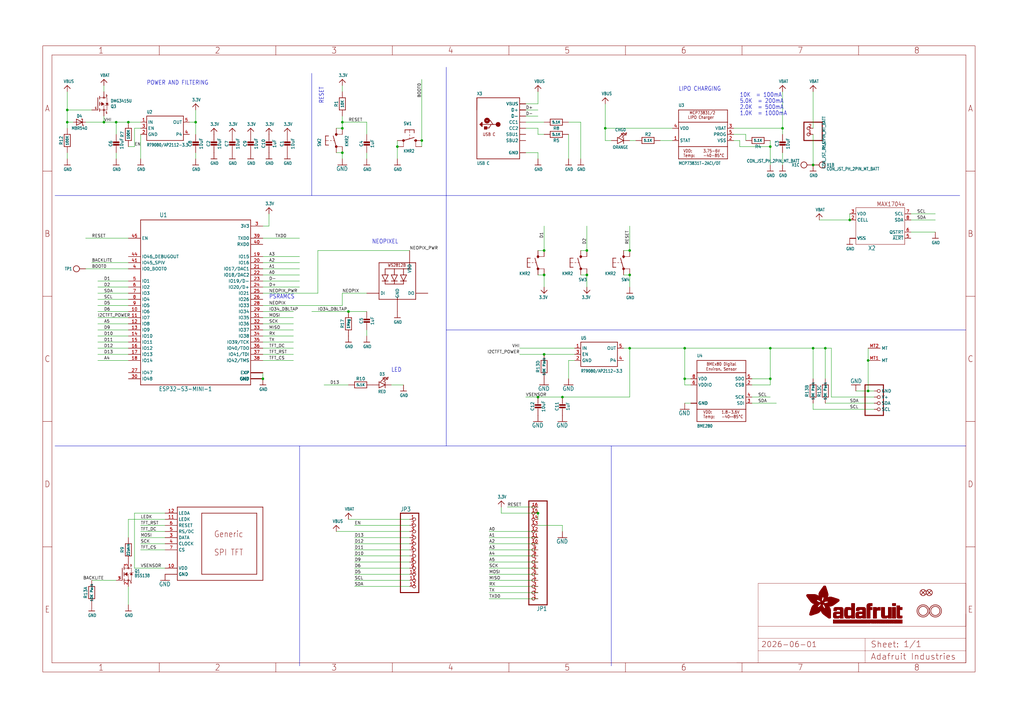
<source format=kicad_sch>
(kicad_sch (version 20230121) (generator eeschema)
  (paper "User" 425.45 298.602)
  (lib_symbols
    (symbol "working-eagle-import:3.3V" (power)
      (property "Value" "3.3V" (at -1.524 1.016 0))
      (symbol "3.3V_1_0"
        (pin power_in line (at 0 -2.54 90) (length 2.54) (name "3.3V") (number "1"))
      )
    )
    (symbol "working-eagle-import:BME280"
      (property "Reference" "U" (at -10.16 13.97 0))
      (symbol "BME280_1_0"
        (text "-40~~85°C" (at 0 -11.43 0) (effects (font (size 1.27 1.0795)) (justify left bottom)))
        (text "1.8-3.6V" (at 0 -9.525 0) (effects (font (size 1.27 1.0795)) (justify left bottom)))
        (text "BMEx80 Digital\nEnviron. Sensor" (at 0 10.16 0) (effects (font (size 1.27 1.0795))))
        (text "Temp:" (at -7.62 -11.43 0) (effects (font (size 1.27 1.0795)) (justify left bottom)))
        (text "VDD:" (at -7.62 -9.525 0) (effects (font (size 1.27 1.0795)) (justify left bottom)))
        (pin power_in line (at -12.7 -5.08 0) (length 2.54) (name "GND") (number "1"))
        (pin input line (at 12.7 2.54 180) (length 2.54) (name "CSB") (number "2"))
        (pin input line (at 12.7 -5.08 180) (length 2.54) (name "SDI") (number "3"))
        (pin input line (at 12.7 -2.54 180) (length 2.54) (name "SCK") (number "4"))
        (pin output line (at 12.7 5.08 180) (length 2.54) (name "SDO") (number "5"))
        (pin power_in line (at -12.7 2.54 0) (length 2.54) (name "VDDIO") (number "6"))
        (pin power_in line (at -12.7 -5.08 0) (length 2.54) (name "GND") (number "7"))
        (pin power_in line (at -12.7 5.08 0) (length 2.54) (name "VDD") (number "8"))
      )
    )
    (symbol "working-eagle-import:CAP_CERAMIC0603_NO"
      (property "Reference" "C" (at -2.29 1.25 90))
      (symbol "CAP_CERAMIC0603_NO_1_0"
        (pin passive line (at 0 5.08 270) (length 2.54) (name "1") (number "1"))
        (pin passive line (at 0 -2.54 90) (length 2.54) (name "2") (number "2"))
      )
    )
    (symbol "working-eagle-import:CAP_CERAMIC0805-NOOUTLINE"
      (property "Reference" "C" (at -2.29 1.25 90))
      (symbol "CAP_CERAMIC0805-NOOUTLINE_1_0"
        (pin passive line (at 0 5.08 270) (length 2.54) (name "1") (number "1"))
        (pin passive line (at 0 -2.54 90) (length 2.54) (name "2") (number "2"))
      )
    )
    (symbol "working-eagle-import:CON_JST_PH_2PIN_MT_BATT"
      (property "Reference" "X" (at 0 5.588 90))
      (symbol "CON_JST_PH_2PIN_MT_BATT_1_0"
        (pin passive inverted (at -2.54 2.54 0) (length 2.54) (name "1") (number "1"))
        (pin passive inverted (at -2.54 0 0) (length 2.54) (name "2") (number "2"))
      )
      (symbol "CON_JST_PH_2PIN_MT_BATT_2_0"
        (pin bidirectional line (at 0 0 90) (length 2.54) (name "P$1") (number "NC2"))
      )
      (symbol "CON_JST_PH_2PIN_MT_BATT_3_0"
        (pin bidirectional line (at 0 0 90) (length 2.54) (name "P$1") (number "NC1"))
      )
    )
    (symbol "working-eagle-import:DIODE-SCHOTTKYSOD-123"
      (property "Reference" "D" (at 0 2.54 0))
      (symbol "DIODE-SCHOTTKYSOD-123_1_0"
        (pin passive line (at -2.54 0 0) (length 2.54) (name "A") (number "A"))
        (pin passive line (at 2.54 0 180) (length 2.54) (name "C") (number "C"))
      )
    )
    (symbol "working-eagle-import:DISP_LCD_GENERIC_SPI_1.14IN_240X135_WRAPUNDER"
      (symbol "DISP_LCD_GENERIC_SPI_1.14IN_240X135_WRAPUNDER_1_0"
        (text "Generic" (at -5.08 2.54 0) (effects (font (size 2.54 2.159)) (justify left bottom)))
        (text "SPI TFT" (at -5.08 -5.08 0) (effects (font (size 2.54 2.159)) (justify left bottom)))
        (pin power_in line (at -25.4 -10.16 0) (length 5.08) (name "VDD") (number "10"))
        (pin input line (at -25.4 10.16 0) (length 5.08) (name "LEDK") (number "11"))
        (pin input line (at -25.4 12.7 0) (length 5.08) (name "LEDA") (number "12"))
        (pin power_in line (at -25.4 -12.7 0) (length 5.08) (name "GND") (number "13"))
        (pin bidirectional line (at -25.4 2.54 0) (length 5.08) (name "DATA") (number "3"))
        (pin input line (at -25.4 0 0) (length 5.08) (name "CLOCK") (number "4"))
        (pin input line (at -25.4 5.08 0) (length 5.08) (name "RS/DC") (number "5"))
        (pin input line (at -25.4 7.62 0) (length 5.08) (name "RESET") (number "6"))
        (pin input line (at -25.4 -2.54 0) (length 5.08) (name "CS") (number "7"))
        (pin power_in line (at -25.4 -12.7 0) (length 5.08) (name "GND") (number "8"))
      )
    )
    (symbol "working-eagle-import:ESP32-S3-MINI-1"
      (property "Reference" "U" (at -22.6559 34.1345 0))
      (symbol "ESP32-S3-MINI-1_1_0"
        (pin power_in line (at 27.94 -33.02 180) (length 5.08) (name "GND") (number "1"))
        (pin bidirectional line (at -27.94 -5.08 0) (length 5.08) (name "IO6") (number "10"))
        (pin bidirectional line (at -27.94 -7.62 0) (length 5.08) (name "IO7") (number "11"))
        (pin bidirectional line (at -27.94 -10.16 0) (length 5.08) (name "IO8") (number "12"))
        (pin bidirectional line (at -27.94 -12.7 0) (length 5.08) (name "IO9") (number "13"))
        (pin bidirectional line (at -27.94 -15.24 0) (length 5.08) (name "IO10") (number "14"))
        (pin bidirectional line (at -27.94 -17.78 0) (length 5.08) (name "IO11") (number "15"))
        (pin bidirectional line (at -27.94 -20.32 0) (length 5.08) (name "IO12") (number "16"))
        (pin bidirectional line (at -27.94 -22.86 0) (length 5.08) (name "IO13") (number "17"))
        (pin bidirectional line (at -27.94 -25.4 0) (length 5.08) (name "IO14") (number "18"))
        (pin bidirectional line (at 27.94 17.78 180) (length 5.08) (name "IO15") (number "19"))
        (pin power_in line (at 27.94 -33.02 180) (length 5.08) (name "GND") (number "2"))
        (pin bidirectional line (at 27.94 15.24 180) (length 5.08) (name "IO16") (number "20"))
        (pin bidirectional line (at 27.94 12.7 180) (length 5.08) (name "IO17/DAC1") (number "21"))
        (pin bidirectional line (at 27.94 10.16 180) (length 5.08) (name "IO18/DAC2") (number "22"))
        (pin bidirectional line (at 27.94 7.62 180) (length 5.08) (name "IO19/D-") (number "23"))
        (pin bidirectional line (at 27.94 5.08 180) (length 5.08) (name "IO20/D+") (number "24"))
        (pin bidirectional line (at 27.94 2.54 180) (length 5.08) (name "IO21") (number "25"))
        (pin bidirectional line (at 27.94 0 180) (length 5.08) (name "IO26") (number "26"))
        (pin bidirectional line (at -27.94 -30.48 0) (length 5.08) (name "IO47") (number "27"))
        (pin bidirectional line (at 27.94 -2.54 180) (length 5.08) (name "IO33") (number "28"))
        (pin input line (at 27.94 -5.08 180) (length 5.08) (name "IO34") (number "29"))
        (pin power_in line (at 27.94 30.48 180) (length 5.08) (name "3V3") (number "3"))
        (pin bidirectional line (at -27.94 -33.02 0) (length 5.08) (name "IO48") (number "30"))
        (pin input line (at 27.94 -7.62 180) (length 5.08) (name "IO35") (number "31"))
        (pin bidirectional line (at 27.94 -10.16 180) (length 5.08) (name "IO36") (number "32"))
        (pin bidirectional line (at 27.94 -12.7 180) (length 5.08) (name "IO37") (number "33"))
        (pin bidirectional line (at 27.94 -15.24 180) (length 5.08) (name "IO38") (number "34"))
        (pin bidirectional line (at 27.94 -17.78 180) (length 5.08) (name "IO39/TCK") (number "35"))
        (pin bidirectional line (at 27.94 -20.32 180) (length 5.08) (name "IO40/TDO") (number "36"))
        (pin bidirectional line (at 27.94 -22.86 180) (length 5.08) (name "IO41/TDI") (number "37"))
        (pin bidirectional line (at 27.94 -25.4 180) (length 5.08) (name "IO42/TMS") (number "38"))
        (pin bidirectional line (at 27.94 25.4 180) (length 5.08) (name "TXD0") (number "39"))
        (pin bidirectional line (at -27.94 12.7 0) (length 5.08) (name "IO0_BOOT0") (number "4"))
        (pin bidirectional line (at 27.94 22.86 180) (length 5.08) (name "RXD0") (number "40"))
        (pin bidirectional line (at -27.94 15.24 0) (length 5.08) (name "IO45_SPIV") (number "41"))
        (pin power_in line (at 27.94 -33.02 180) (length 5.08) (name "GND") (number "42"))
        (pin power_in line (at 27.94 -33.02 180) (length 5.08) (name "GND") (number "43"))
        (pin input line (at -27.94 17.78 0) (length 5.08) (name "IO46_DEBUGOUT") (number "44"))
        (pin input line (at -27.94 25.4 0) (length 5.08) (name "EN") (number "45"))
        (pin power_in line (at 27.94 -33.02 180) (length 5.08) (name "GND") (number "46"))
        (pin power_in line (at 27.94 -33.02 180) (length 5.08) (name "GND") (number "47"))
        (pin power_in line (at 27.94 -33.02 180) (length 5.08) (name "GND") (number "48"))
        (pin power_in line (at 27.94 -33.02 180) (length 5.08) (name "GND") (number "49"))
        (pin bidirectional line (at -27.94 7.62 0) (length 5.08) (name "IO1") (number "5"))
        (pin power_in line (at 27.94 -33.02 180) (length 5.08) (name "GND") (number "50"))
        (pin power_in line (at 27.94 -33.02 180) (length 5.08) (name "GND") (number "51"))
        (pin power_in line (at 27.94 -33.02 180) (length 5.08) (name "GND") (number "52"))
        (pin power_in line (at 27.94 -33.02 180) (length 5.08) (name "GND") (number "53"))
        (pin power_in line (at 27.94 -33.02 180) (length 5.08) (name "GND") (number "54"))
        (pin power_in line (at 27.94 -33.02 180) (length 5.08) (name "GND") (number "55"))
        (pin power_in line (at 27.94 -33.02 180) (length 5.08) (name "GND") (number "56"))
        (pin power_in line (at 27.94 -33.02 180) (length 5.08) (name "GND") (number "57"))
        (pin power_in line (at 27.94 -33.02 180) (length 5.08) (name "GND") (number "58"))
        (pin power_in line (at 27.94 -33.02 180) (length 5.08) (name "GND") (number "59"))
        (pin bidirectional line (at -27.94 5.08 0) (length 5.08) (name "IO2") (number "6"))
        (pin power_in line (at 27.94 -33.02 180) (length 5.08) (name "GND") (number "60"))
        (pin power_in line (at 27.94 -30.48 180) (length 5.08) (name "EXP") (number "61"))
        (pin power_in line (at 27.94 -33.02 180) (length 5.08) (name "GND") (number "62"))
        (pin power_in line (at 27.94 -33.02 180) (length 5.08) (name "GND") (number "63"))
        (pin power_in line (at 27.94 -33.02 180) (length 5.08) (name "GND") (number "64"))
        (pin power_in line (at 27.94 -33.02 180) (length 5.08) (name "GND") (number "65"))
        (pin power_in line (at 27.94 -30.48 180) (length 5.08) (name "EXP") (number "66"))
        (pin power_in line (at 27.94 -30.48 180) (length 5.08) (name "EXP") (number "67"))
        (pin power_in line (at 27.94 -30.48 180) (length 5.08) (name "EXP") (number "68"))
        (pin power_in line (at 27.94 -30.48 180) (length 5.08) (name "EXP") (number "69"))
        (pin bidirectional line (at -27.94 2.54 0) (length 5.08) (name "IO3") (number "7"))
        (pin power_in line (at 27.94 -30.48 180) (length 5.08) (name "EXP") (number "70"))
        (pin power_in line (at 27.94 -30.48 180) (length 5.08) (name "EXP") (number "71"))
        (pin power_in line (at 27.94 -30.48 180) (length 5.08) (name "EXP") (number "72"))
        (pin power_in line (at 27.94 -30.48 180) (length 5.08) (name "EXP") (number "73"))
        (pin bidirectional line (at -27.94 0 0) (length 5.08) (name "IO4") (number "8"))
        (pin bidirectional line (at -27.94 -2.54 0) (length 5.08) (name "IO5") (number "9"))
      )
    )
    (symbol "working-eagle-import:FIDUCIAL_1MM")
    (symbol "working-eagle-import:FRAME_A3_ADAFRUIT"
      (symbol "FRAME_A3_ADAFRUIT_1_0"
        (text "${#}/${##}" (at 357.505 10.16 0) (effects (font (size 2.54 2.54)) (justify left bottom)))
        (text "${CURRENT_DATE}" (at 298.45 10.16 0) (effects (font (size 2.286 2.286)) (justify left bottom)))
        (text "${PROJECTNAME}" (at 298.45 15.24 0) (effects (font (size 2.54 2.54)) (justify left bottom)))
        (text "1" (at 24.2094 1.905 0) (effects (font (size 2.54 2.286))))
        (text "1" (at 24.2094 258.445 0) (effects (font (size 2.54 2.286))))
        (text "2" (at 72.6281 1.905 0) (effects (font (size 2.54 2.286))))
        (text "2" (at 72.6281 258.445 0) (effects (font (size 2.54 2.286))))
        (text "3" (at 121.0469 1.905 0) (effects (font (size 2.54 2.286))))
        (text "3" (at 121.0469 258.445 0) (effects (font (size 2.54 2.286))))
        (text "4" (at 169.4656 1.905 0) (effects (font (size 2.54 2.286))))
        (text "4" (at 169.4656 258.445 0) (effects (font (size 2.54 2.286))))
        (text "5" (at 217.8844 1.905 0) (effects (font (size 2.54 2.286))))
        (text "5" (at 217.8844 258.445 0) (effects (font (size 2.54 2.286))))
        (text "6" (at 266.3031 1.905 0) (effects (font (size 2.54 2.286))))
        (text "6" (at 266.3031 258.445 0) (effects (font (size 2.54 2.286))))
        (text "7" (at 314.7219 1.905 0) (effects (font (size 2.54 2.286))))
        (text "7" (at 314.7219 258.445 0) (effects (font (size 2.54 2.286))))
        (text "8" (at 363.1406 1.905 0) (effects (font (size 2.54 2.286))))
        (text "8" (at 363.1406 258.445 0) (effects (font (size 2.54 2.286))))
        (text "A" (at 1.905 234.315 0) (effects (font (size 2.54 2.286))))
        (text "A" (at 385.445 234.315 0) (effects (font (size 2.54 2.286))))
        (text "Adafruit Industries" (at 343.916 4.953 0) (effects (font (size 2.54 2.54)) (justify left bottom)))
        (text "B" (at 1.905 182.245 0) (effects (font (size 2.54 2.286))))
        (text "B" (at 385.445 182.245 0) (effects (font (size 2.54 2.286))))
        (text "C" (at 1.905 130.175 0) (effects (font (size 2.54 2.286))))
        (text "C" (at 385.445 130.175 0) (effects (font (size 2.54 2.286))))
        (text "D" (at 1.905 78.105 0) (effects (font (size 2.54 2.286))))
        (text "D" (at 385.445 78.105 0) (effects (font (size 2.54 2.286))))
        (text "E" (at 1.905 26.035 0) (effects (font (size 2.54 2.286))))
        (text "E" (at 385.445 26.035 0) (effects (font (size 2.54 2.286))))
        (text "Sheet:" (at 343.916 10.033 0) (effects (font (size 2.54 2.54)) (justify left bottom)))
      )
    )
    (symbol "working-eagle-import:GND" (power)
      (property "Value" "GND" (at -1.524 -2.54 0))
      (symbol "GND_1_0"
        (pin power_in line (at 0 2.54 270) (length 2.54) (name "GND") (number "1"))
      )
    )
    (symbol "working-eagle-import:HEADER-1X12_MIN"
      (property "Reference" "JP" (at -6.35 18.415 0))
      (symbol "HEADER-1X12_MIN_1_0"
        (pin passive inverted (at -2.54 15.24 0) (length 2.54) (name "1") (number "1"))
        (pin passive inverted (at -2.54 -7.62 0) (length 2.54) (name "10") (number "10"))
        (pin passive inverted (at -2.54 -10.16 0) (length 2.54) (name "11") (number "11"))
        (pin passive inverted (at -2.54 -12.7 0) (length 2.54) (name "12") (number "12"))
        (pin passive inverted (at -2.54 12.7 0) (length 2.54) (name "2") (number "2"))
        (pin passive inverted (at -2.54 10.16 0) (length 2.54) (name "3") (number "3"))
        (pin passive inverted (at -2.54 7.62 0) (length 2.54) (name "4") (number "4"))
        (pin passive inverted (at -2.54 5.08 0) (length 2.54) (name "5") (number "5"))
        (pin passive inverted (at -2.54 2.54 0) (length 2.54) (name "6") (number "6"))
        (pin passive inverted (at -2.54 0 0) (length 2.54) (name "7") (number "7"))
        (pin passive inverted (at -2.54 -2.54 0) (length 2.54) (name "8") (number "8"))
        (pin passive inverted (at -2.54 -5.08 0) (length 2.54) (name "9") (number "9"))
      )
    )
    (symbol "working-eagle-import:HEADER-1X16_MIN"
      (property "Reference" "JP" (at -6.35 20.955 0))
      (symbol "HEADER-1X16_MIN_1_0"
        (pin passive inverted (at -2.54 17.78 0) (length 2.54) (name "1") (number "1"))
        (pin passive inverted (at -2.54 -5.08 0) (length 2.54) (name "10") (number "10"))
        (pin passive inverted (at -2.54 -7.62 0) (length 2.54) (name "11") (number "11"))
        (pin passive inverted (at -2.54 -10.16 0) (length 2.54) (name "12") (number "12"))
        (pin passive inverted (at -2.54 -12.7 0) (length 2.54) (name "13") (number "13"))
        (pin passive inverted (at -2.54 -15.24 0) (length 2.54) (name "14") (number "14"))
        (pin passive inverted (at -2.54 -17.78 0) (length 2.54) (name "15") (number "15"))
        (pin passive inverted (at -2.54 -20.32 0) (length 2.54) (name "16") (number "16"))
        (pin passive inverted (at -2.54 15.24 0) (length 2.54) (name "2") (number "2"))
        (pin passive inverted (at -2.54 12.7 0) (length 2.54) (name "3") (number "3"))
        (pin passive inverted (at -2.54 10.16 0) (length 2.54) (name "4") (number "4"))
        (pin passive inverted (at -2.54 7.62 0) (length 2.54) (name "5") (number "5"))
        (pin passive inverted (at -2.54 5.08 0) (length 2.54) (name "6") (number "6"))
        (pin passive inverted (at -2.54 2.54 0) (length 2.54) (name "7") (number "7"))
        (pin passive inverted (at -2.54 0 0) (length 2.54) (name "8") (number "8"))
        (pin passive inverted (at -2.54 -2.54 0) (length 2.54) (name "9") (number "9"))
      )
    )
    (symbol "working-eagle-import:LED0603_NOOUTLINE"
      (property "Reference" "D" (at -1.27 4.445 0))
      (symbol "LED0603_NOOUTLINE_1_0"
        (pin passive line (at -5.08 0 0) (length 2.54) (name "A") (number "A"))
        (pin passive line (at 2.54 0 180) (length 2.54) (name "C") (number "C"))
      )
    )
    (symbol "working-eagle-import:MAX17048/T"
      (property "Reference" "X" (at -5.08 -10.16 0))
      (symbol "MAX17048/T_1_0"
        (text "MAX1704x" (at 10.16 10.16 0) (effects (font (size 1.778 1.5113)) (justify right top)))
        (pin power_in line (at -12.7 -5.08 0) (length 2.54) (name "VSS") (number "1"))
        (pin power_in line (at -12.7 2.54 0) (length 2.54) (name "CELL") (number "2"))
        (pin power_in line (at -12.7 5.08 0) (length 2.54) (name "VDD") (number "3"))
        (pin power_in line (at -12.7 -5.08 0) (length 2.54) (name "VSS") (number "4"))
        (pin output line (at 12.7 -5.08 180) (length 2.54) (name "~{ALRT}") (number "5"))
        (pin input line (at 12.7 -2.54 180) (length 2.54) (name "QSTRT") (number "6"))
        (pin bidirectional line (at 12.7 5.08 180) (length 2.54) (name "SCL") (number "7"))
        (pin bidirectional line (at 12.7 2.54 180) (length 2.54) (name "SDA") (number "8"))
        (pin power_in line (at -12.7 -5.08 0) (length 2.54) (name "VSS") (number "THERMAL"))
      )
    )
    (symbol "working-eagle-import:MCP73831/2"
      (property "Reference" "U" (at -10.16 11.43 0))
      (symbol "MCP73831/2_1_0"
        (text "-40-85°C" (at 0 -9.525 0) (effects (font (size 1.27 1.0795)) (justify left bottom)))
        (text "3.75-6V" (at 0 -7.62 0) (effects (font (size 1.27 1.0795)) (justify left bottom)))
        (text "LIPO Charger" (at -6.35 6.35 0) (effects (font (size 1.27 1.0795)) (justify left bottom)))
        (text "MCP73831/2" (at -5.715 8.255 0) (effects (font (size 1.27 1.0795)) (justify left bottom)))
        (text "Temp:" (at -8.255 -9.525 0) (effects (font (size 1.27 1.0795)) (justify left bottom)))
        (text "VDD:" (at -8.255 -7.62 0) (effects (font (size 1.27 1.0795)) (justify left bottom)))
        (pin output line (at -12.7 -2.54 0) (length 2.54) (name "STAT") (number "1"))
        (pin power_in line (at 12.7 -2.54 180) (length 2.54) (name "VSS") (number "2"))
        (pin power_in line (at 12.7 2.54 180) (length 2.54) (name "VBAT") (number "3"))
        (pin power_in line (at -12.7 2.54 0) (length 2.54) (name "VDD") (number "4"))
        (pin input line (at 12.7 0 180) (length 2.54) (name "PROG") (number "5"))
      )
    )
    (symbol "working-eagle-import:MOSFET-N_SC70"
      (property "Reference" "Q" (at 5.08 0.635 0))
      (symbol "MOSFET-N_SC70_1_0"
        (text "D" (at 3.175 3.175 0) (effects (font (size 0.8128 0.6908)) (justify left bottom)))
        (text "G" (at -1.27 -1.905 0) (effects (font (size 0.8128 0.6908)) (justify left bottom)))
        (text "S" (at 3.175 -3.81 0) (effects (font (size 0.8128 0.6908)) (justify left bottom)))
        (pin bidirectional line (at -2.54 -2.54 0) (length 2.54) (name "G") (number "1"))
        (pin bidirectional line (at 2.54 -5.08 90) (length 2.54) (name "S") (number "2"))
        (pin bidirectional line (at 2.54 5.08 270) (length 2.54) (name "D") (number "3"))
      )
    )
    (symbol "working-eagle-import:MOSFET-P"
      (property "Reference" "Q" (at 2.794 0.381 0))
      (symbol "MOSFET-P_1_0"
        (text "D" (at 0.635 -3.81 0) (effects (font (size 0.8128 0.6908)) (justify left bottom)))
        (text "G" (at -3.81 1.27 0) (effects (font (size 0.8128 0.6908)) (justify left bottom)))
        (text "S" (at 0.635 3.175 0) (effects (font (size 0.8128 0.6908)) (justify left bottom)))
        (pin passive line (at -5.08 2.54 0) (length 2.54) (name "G") (number "1"))
        (pin passive line (at 0 5.08 270) (length 2.54) (name "S") (number "2"))
        (pin passive line (at 0 -5.08 90) (length 2.54) (name "D") (number "3"))
      )
    )
    (symbol "working-eagle-import:MOUNTINGHOLE2.5")
    (symbol "working-eagle-import:RESISTOR_0603_NOOUT"
      (property "Reference" "R" (at 0 2.54 0))
      (symbol "RESISTOR_0603_NOOUT_1_0"
        (pin passive line (at -5.08 0 0) (length 2.54) (name "1") (number "1"))
        (pin passive line (at 5.08 0 180) (length 2.54) (name "2") (number "2"))
      )
    )
    (symbol "working-eagle-import:RESISTOR_4PACK"
      (property "Reference" "R" (at 0 2.54 0))
      (symbol "RESISTOR_4PACK_1_0"
        (pin passive line (at -5.08 0 0) (length 2.54) (name "1") (number "1"))
        (pin passive line (at 5.08 0 180) (length 2.54) (name "2") (number "8"))
      )
      (symbol "RESISTOR_4PACK_2_0"
        (pin passive line (at -5.08 0 0) (length 2.54) (name "1") (number "2"))
        (pin passive line (at 5.08 0 180) (length 2.54) (name "2") (number "7"))
      )
      (symbol "RESISTOR_4PACK_3_0"
        (pin passive line (at -5.08 0 0) (length 2.54) (name "1") (number "3"))
        (pin passive line (at 5.08 0 180) (length 2.54) (name "2") (number "6"))
      )
      (symbol "RESISTOR_4PACK_4_0"
        (pin passive line (at -5.08 0 0) (length 2.54) (name "1") (number "4"))
        (pin passive line (at 5.08 0 180) (length 2.54) (name "2") (number "5"))
      )
    )
    (symbol "working-eagle-import:STEMMA_I2C_QTRA"
      (symbol "STEMMA_I2C_QTRA_1_0"
        (pin passive inverted (at 0 5.08 0) (length 2.54) (name "GND") (number "1"))
        (pin passive inverted (at 0 2.54 0) (length 2.54) (name "V+") (number "2"))
        (pin passive inverted (at 0 0 0) (length 2.54) (name "SDA") (number "3"))
        (pin passive inverted (at 0 -2.54 0) (length 2.54) (name "SCL") (number "4"))
      )
      (symbol "STEMMA_I2C_QTRA_2_0"
        (pin bidirectional line (at 0 0 0) (length 5.08) (name "MT") (number "MT1"))
      )
      (symbol "STEMMA_I2C_QTRA_3_0"
        (pin bidirectional line (at 0 0 0) (length 5.08) (name "MT") (number "MT2"))
      )
    )
    (symbol "working-eagle-import:SWITCH_TACT_SMT_RKB2"
      (property "Reference" "SW" (at -2.54 6.35 0))
      (symbol "SWITCH_TACT_SMT_RKB2_1_0"
        (pin passive line (at -5.08 0 0) (length 2.54) (name "P") (number "A"))
        (pin passive line (at -5.08 -2.54 0) (length 2.54) (name "P1") (number "A'"))
        (pin passive line (at 5.08 0 180) (length 2.54) (name "S") (number "B"))
        (pin passive line (at 5.08 -2.54 180) (length 2.54) (name "S1") (number "B'"))
      )
    )
    (symbol "working-eagle-import:TESTPOINTROUND1.5MMNO"
      (property "Reference" "TP" (at 0 5.588 90))
      (symbol "TESTPOINTROUND1.5MMNO_1_0"
        (pin bidirectional line (at 0 0 90) (length 2.54) (name "P$1") (number "P$1"))
      )
    )
    (symbol "working-eagle-import:USB_C"
      (property "Reference" "X" (at -10.16 13.716 0))
      (symbol "USB_C_1_0"
        (text "USB C" (at -5.08 -2.54 0) (effects (font (size 1.27 1.0795))))
        (pin power_in line (at 10.16 -10.16 180) (length 2.54) (name "GND") (number "A1B12"))
        (pin power_in line (at 10.16 10.16 180) (length 2.54) (name "VBUS") (number "A4B9"))
        (pin bidirectional line (at 10.16 2.54 180) (length 2.54) (name "CC1") (number "A5"))
        (pin bidirectional line (at 10.16 7.62 180) (length 2.54) (name "D+") (number "A6"))
        (pin bidirectional line (at 10.16 5.08 180) (length 2.54) (name "D-") (number "A7"))
        (pin bidirectional line (at 10.16 -2.54 180) (length 2.54) (name "SBU1") (number "A8"))
        (pin power_in line (at 10.16 -10.16 180) (length 2.54) (name "GND") (number "B1A12"))
        (pin power_in line (at 10.16 10.16 180) (length 2.54) (name "VBUS") (number "B4A9"))
        (pin bidirectional line (at 10.16 0 180) (length 2.54) (name "CC2") (number "B5"))
        (pin bidirectional line (at 10.16 7.62 180) (length 2.54) (name "D+") (number "B6"))
        (pin bidirectional line (at 10.16 5.08 180) (length 2.54) (name "D-") (number "B7"))
        (pin bidirectional line (at 10.16 -5.08 180) (length 2.54) (name "SBU2") (number "B8"))
      )
    )
    (symbol "working-eagle-import:VBAT" (power)
      (property "Value" "VBAT" (at -1.524 1.016 0))
      (symbol "VBAT_1_0"
        (pin power_in line (at 0 -2.54 90) (length 2.54) (name "VBAT") (number "1"))
      )
    )
    (symbol "working-eagle-import:VBUS" (power)
      (property "Value" "VBUS" (at -1.524 1.016 0))
      (symbol "VBUS_1_0"
        (pin power_in line (at 0 -2.54 90) (length 2.54) (name "VBUS") (number "1"))
      )
    )
    (symbol "working-eagle-import:VREG_SOT23-5"
      (property "Reference" "U" (at -7.62 6.096 0))
      (symbol "VREG_SOT23-5_1_0"
        (pin power_in line (at -10.16 2.54 0) (length 2.54) (name "IN") (number "1"))
        (pin power_in line (at -10.16 -2.54 0) (length 2.54) (name "GND") (number "2"))
        (pin input line (at -10.16 0 0) (length 2.54) (name "EN") (number "3"))
        (pin bidirectional line (at 10.16 -2.54 180) (length 2.54) (name "P4") (number "4"))
        (pin power_in line (at 10.16 2.54 180) (length 2.54) (name "OUT") (number "5"))
      )
    )
    (symbol "working-eagle-import:WS2812B_SK6805_1515"
      (symbol "WS2812B_SK6805_1515_1_0"
        (text "WS2812B" (at -4.064 8.382 0) (effects (font (size 1.27 1.0795)) (justify left bottom)))
        (pin input line (at -12.7 -2.54 0) (length 5.08) (name "DI") (number "1"))
        (pin power_in line (at 5.08 15.24 270) (length 5.08) (name "VDD") (number "2"))
        (pin output line (at 12.7 -2.54 180) (length 5.08) (name "DO") (number "3"))
        (pin power_in line (at 0 -10.16 90) (length 5.08) (name "GND") (number "4"))
      )
    )
    (symbol "working-eagle-import:supply1_GND" (power)
      (property "Value" "supply1_GND" (at -2.54 -2.54 0))
      (symbol "supply1_GND_1_0"
        (pin power_in line (at 0 2.54 270) (length 2.54) (name "GND") (number "1"))
      )
    )
  )
  (junction (at 251.46 53.34))
  (junction (at 360.68 149.86))
  (junction (at 226.06 147.32))
  (junction (at 233.68 165.1))
  (junction (at 142.24 50.8))
  (junction (at 165.1 60.96))
  (junction (at 320.04 157.48))
  (junction (at 43.18 50.8))
  (junction (at 142.24 63.5))
  (junction (at 360.68 162.56))
  (junction (at 325.12 53.34))
  (junction (at 27.94 50.8))
  (junction (at 223.52 165.1))
  (junction (at 81.28 50.8))
  (junction (at 284.48 144.78))
  (junction (at 261.62 104.14))
  (junction (at 226.06 104.14))
  (junction (at 142.24 53.34))
  (junction (at 284.48 157.48))
  (junction (at 53.34 50.8))
  (junction (at 27.94 45.72))
  (junction (at 353.06 91.44))
  (junction (at 243.84 114.3))
  (junction (at 320.04 144.78))
  (junction (at 261.62 144.78))
  (junction (at 144.78 129.54))
  (junction (at 337.82 144.78))
  (junction (at 48.26 50.8))
  (junction (at 320.04 60.96))
  (junction (at 342.9 144.78))
  (junction (at 243.84 104.14))
  (junction (at 109.22 157.48))
  (junction (at 337.82 68.58))
  (junction (at 175.26 58.42))
  (junction (at 261.62 114.3))
  (junction (at 226.06 114.3))
  (junction (at 223.52 213.36))
  (wire (pts (xy 53.34 50.8) (xy 48.26 50.8)) (stroke (width 0.1524)))
  (wire (pts (xy 109.22 119.38) (xy 124.46 119.38)) (stroke (width 0.1524)))
  (wire (pts (xy 251.46 53.34) (xy 279.4 53.34)) (stroke (width 0.1524)))
  (wire (pts (xy 121.92 142.24) (xy 109.22 142.24)) (stroke (width 0.1524)))
  (wire (pts (xy 109.22 109.22) (xy 124.46 109.22)) (stroke (width 0.1524)))
  (wire (pts (xy 261.62 165.1) (xy 261.62 144.78)) (stroke (width 0.1524)))
  (polyline (pts (xy 22.86 81.28) (xy 129.54 81.28)) (stroke (width 0.1524) (type solid)))
  (wire (pts (xy 139.7 63.5) (xy 142.24 63.5)) (stroke (width 0.1524)))
  (wire (pts (xy 81.28 55.88) (xy 81.28 50.8)) (stroke (width 0.1524)))
  (wire (pts (xy 109.22 114.3) (xy 124.46 114.3)) (stroke (width 0.1524)))
  (wire (pts (xy 325.12 55.88) (xy 325.12 53.34)) (stroke (width 0.1524)))
  (wire (pts (xy 109.22 137.16) (xy 121.92 137.16)) (stroke (width 0.1524)))
  (wire (pts (xy 360.68 162.56) (xy 355.6 162.56)) (stroke (width 0.1524)))
  (wire (pts (xy 147.32 236.22) (xy 170.18 236.22)) (stroke (width 0.1524)))
  (wire (pts (xy 68.58 228.6) (xy 58.42 228.6)) (stroke (width 0.1524)))
  (wire (pts (xy 284.48 160.02) (xy 284.48 157.48)) (stroke (width 0.1524)))
  (wire (pts (xy 147.32 226.06) (xy 170.18 226.06)) (stroke (width 0.1524)))
  (wire (pts (xy 223.52 233.68) (xy 203.2 233.68)) (stroke (width 0.1524)))
  (wire (pts (xy 360.68 149.86) (xy 360.68 162.56)) (stroke (width 0.1524)))
  (polyline (pts (xy 398.78 81.28) (xy 185.42 81.28)) (stroke (width 0.1524) (type solid)))
  (wire (pts (xy 223.52 104.14) (xy 226.06 104.14)) (stroke (width 0.1524)))
  (wire (pts (xy 55.88 213.36) (xy 68.58 213.36)) (stroke (width 0.1524)))
  (wire (pts (xy 53.34 147.32) (xy 40.64 147.32)) (stroke (width 0.1524)))
  (wire (pts (xy 226.06 147.32) (xy 215.9 147.32)) (stroke (width 0.1524)))
  (wire (pts (xy 53.34 149.86) (xy 40.64 149.86)) (stroke (width 0.1524)))
  (wire (pts (xy 68.58 226.06) (xy 58.42 226.06)) (stroke (width 0.1524)))
  (wire (pts (xy 238.76 149.86) (xy 236.22 149.86)) (stroke (width 0.1524)))
  (wire (pts (xy 48.26 241.3) (xy 38.1 241.3)) (stroke (width 0.1524)))
  (wire (pts (xy 147.32 218.44) (xy 170.18 218.44)) (stroke (width 0.1524)))
  (wire (pts (xy 223.52 226.06) (xy 203.2 226.06)) (stroke (width 0.1524)))
  (wire (pts (xy 170.18 223.52) (xy 147.32 223.52)) (stroke (width 0.1524)))
  (wire (pts (xy 132.08 121.92) (xy 132.08 104.14)) (stroke (width 0.1524)))
  (wire (pts (xy 261.62 58.42) (xy 264.16 58.42)) (stroke (width 0.1524)))
  (wire (pts (xy 152.4 55.88) (xy 152.4 50.8)) (stroke (width 0.1524)))
  (wire (pts (xy 353.06 88.9) (xy 353.06 91.44)) (stroke (width 0.1524)))
  (wire (pts (xy 40.64 121.92) (xy 53.34 121.92)) (stroke (width 0.1524)))
  (wire (pts (xy 307.34 58.42) (xy 307.34 60.96)) (stroke (width 0.1524)))
  (wire (pts (xy 144.78 129.54) (xy 129.54 129.54)) (stroke (width 0.1524)))
  (polyline (pts (xy 254 185.42) (xy 185.42 185.42)) (stroke (width 0.1524) (type solid)))
  (wire (pts (xy 203.2 228.6) (xy 223.52 228.6)) (stroke (width 0.1524)))
  (wire (pts (xy 142.24 50.8) (xy 152.4 50.8)) (stroke (width 0.1524)))
  (wire (pts (xy 142.24 50.8) (xy 142.24 53.34)) (stroke (width 0.1524)))
  (wire (pts (xy 307.34 60.96) (xy 320.04 60.96)) (stroke (width 0.1524)))
  (wire (pts (xy 55.88 53.34) (xy 58.42 53.34)) (stroke (width 0.1524)))
  (wire (pts (xy 208.28 213.36) (xy 223.52 213.36)) (stroke (width 0.1524)))
  (wire (pts (xy 304.8 58.42) (xy 307.34 58.42)) (stroke (width 0.1524)))
  (wire (pts (xy 223.52 236.22) (xy 203.2 236.22)) (stroke (width 0.1524)))
  (wire (pts (xy 287.02 157.48) (xy 284.48 157.48)) (stroke (width 0.1524)))
  (wire (pts (xy 320.04 58.42) (xy 320.04 60.96)) (stroke (width 0.1524)))
  (wire (pts (xy 109.22 121.92) (xy 132.08 121.92)) (stroke (width 0.1524)))
  (wire (pts (xy 175.26 58.42) (xy 175.26 33.02)) (stroke (width 0.1524)))
  (wire (pts (xy 53.34 111.76) (xy 35.56 111.76)) (stroke (width 0.1524)))
  (wire (pts (xy 238.76 147.32) (xy 226.06 147.32)) (stroke (width 0.1524)))
  (wire (pts (xy 337.82 144.78) (xy 342.9 144.78)) (stroke (width 0.1524)))
  (wire (pts (xy 241.3 50.8) (xy 241.3 66.04)) (stroke (width 0.1524)))
  (wire (pts (xy 48.26 50.8) (xy 48.26 55.88)) (stroke (width 0.1524)))
  (wire (pts (xy 388.62 88.9) (xy 378.46 88.9)) (stroke (width 0.1524)))
  (wire (pts (xy 312.42 157.48) (xy 320.04 157.48)) (stroke (width 0.1524)))
  (wire (pts (xy 109.22 106.68) (xy 124.46 106.68)) (stroke (width 0.1524)))
  (wire (pts (xy 223.52 220.98) (xy 203.2 220.98)) (stroke (width 0.1524)))
  (wire (pts (xy 53.34 60.96) (xy 55.88 60.96)) (stroke (width 0.1524)))
  (wire (pts (xy 337.82 170.18) (xy 337.82 167.64)) (stroke (width 0.1524)))
  (polyline (pts (xy 185.42 185.42) (xy 124.46 185.42)) (stroke (width 0.1524) (type solid)))
  (wire (pts (xy 223.52 218.44) (xy 233.68 218.44)) (stroke (width 0.1524)))
  (wire (pts (xy 284.48 157.48) (xy 284.48 144.78)) (stroke (width 0.1524)))
  (wire (pts (xy 223.52 55.88) (xy 226.06 55.88)) (stroke (width 0.1524)))
  (wire (pts (xy 243.84 114.3) (xy 241.3 114.3)) (stroke (width 0.1524)))
  (polyline (pts (xy 185.42 81.28) (xy 185.42 27.94)) (stroke (width 0.1524) (type solid)))
  (wire (pts (xy 223.52 43.18) (xy 223.52 38.1)) (stroke (width 0.1524)))
  (wire (pts (xy 312.42 167.64) (xy 322.58 167.64)) (stroke (width 0.1524)))
  (wire (pts (xy 132.08 104.14) (xy 170.18 104.14)) (stroke (width 0.1524)))
  (wire (pts (xy 337.82 68.58) (xy 337.82 55.88)) (stroke (width 0.1524)))
  (polyline (pts (xy 185.42 137.16) (xy 185.42 81.28)) (stroke (width 0.1524) (type solid)))
  (wire (pts (xy 223.52 66.04) (xy 223.52 63.5)) (stroke (width 0.1524)))
  (wire (pts (xy 218.44 50.8) (xy 226.06 50.8)) (stroke (width 0.1524)))
  (wire (pts (xy 345.44 144.78) (xy 342.9 144.78)) (stroke (width 0.1524)))
  (polyline (pts (xy 401.32 185.42) (xy 254 185.42)) (stroke (width 0.1524) (type solid)))
  (wire (pts (xy 363.22 170.18) (xy 337.82 170.18)) (stroke (width 0.1524)))
  (wire (pts (xy 35.56 50.8) (xy 43.18 50.8)) (stroke (width 0.1524)))
  (wire (pts (xy 165.1 60.96) (xy 165.1 66.04)) (stroke (width 0.1524)))
  (wire (pts (xy 53.34 142.24) (xy 40.64 142.24)) (stroke (width 0.1524)))
  (wire (pts (xy 142.24 35.56) (xy 142.24 38.1)) (stroke (width 0.1524)))
  (wire (pts (xy 53.34 223.52) (xy 53.34 215.9)) (stroke (width 0.1524)))
  (wire (pts (xy 142.24 127) (xy 142.24 121.92)) (stroke (width 0.1524)))
  (wire (pts (xy 53.34 127) (xy 40.64 127)) (stroke (width 0.1524)))
  (wire (pts (xy 142.24 53.34) (xy 139.7 53.34)) (stroke (width 0.1524)))
  (wire (pts (xy 218.44 45.72) (xy 223.52 45.72)) (stroke (width 0.1524)))
  (wire (pts (xy 109.22 116.84) (xy 124.46 116.84)) (stroke (width 0.1524)))
  (wire (pts (xy 38.1 45.72) (xy 27.94 45.72)) (stroke (width 0.1524)))
  (wire (pts (xy 309.88 55.88) (xy 309.88 58.42)) (stroke (width 0.1524)))
  (wire (pts (xy 111.76 93.98) (xy 111.76 88.9)) (stroke (width 0.1524)))
  (wire (pts (xy 218.44 48.26) (xy 223.52 48.26)) (stroke (width 0.1524)))
  (wire (pts (xy 337.82 38.1) (xy 337.82 53.34)) (stroke (width 0.1524)))
  (wire (pts (xy 43.18 50.8) (xy 48.26 50.8)) (stroke (width 0.1524)))
  (polyline (pts (xy 254 185.42) (xy 254 276.86)) (stroke (width 0.1524) (type solid)))
  (wire (pts (xy 378.46 91.44) (xy 388.62 91.44)) (stroke (width 0.1524)))
  (wire (pts (xy 236.22 55.88) (xy 236.22 66.04)) (stroke (width 0.1524)))
  (wire (pts (xy 68.58 223.52) (xy 58.42 223.52)) (stroke (width 0.1524)))
  (wire (pts (xy 251.46 58.42) (xy 251.46 53.34)) (stroke (width 0.1524)))
  (wire (pts (xy 223.52 210.82) (xy 210.82 210.82)) (stroke (width 0.1524)))
  (wire (pts (xy 40.64 144.78) (xy 53.34 144.78)) (stroke (width 0.1524)))
  (wire (pts (xy 81.28 63.5) (xy 81.28 66.04)) (stroke (width 0.1524)))
  (wire (pts (xy 27.94 50.8) (xy 27.94 45.72)) (stroke (width 0.1524)))
  (wire (pts (xy 109.22 154.94) (xy 109.22 157.48)) (stroke (width 0.1524)))
  (wire (pts (xy 27.94 45.72) (xy 27.94 38.1)) (stroke (width 0.1524)))
  (wire (pts (xy 55.88 60.96) (xy 55.88 53.34)) (stroke (width 0.1524)))
  (wire (pts (xy 243.84 104.14) (xy 243.84 93.98)) (stroke (width 0.1524)))
  (wire (pts (xy 142.24 63.5) (xy 142.24 66.04)) (stroke (width 0.1524)))
  (wire (pts (xy 325.12 63.5) (xy 325.12 68.58)) (stroke (width 0.1524)))
  (wire (pts (xy 378.46 96.52) (xy 388.62 96.52)) (stroke (width 0.1524)))
  (wire (pts (xy 360.68 144.78) (xy 360.68 149.86)) (stroke (width 0.1524)))
  (wire (pts (xy 233.68 165.1) (xy 261.62 165.1)) (stroke (width 0.1524)))
  (wire (pts (xy 144.78 160.02) (xy 134.62 160.02)) (stroke (width 0.1524)))
  (wire (pts (xy 68.58 236.22) (xy 55.88 236.22)) (stroke (width 0.1524)))
  (wire (pts (xy 152.4 66.04) (xy 152.4 63.5)) (stroke (width 0.1524)))
  (wire (pts (xy 109.22 149.86) (xy 121.92 149.86)) (stroke (width 0.1524)))
  (wire (pts (xy 152.4 129.54) (xy 144.78 129.54)) (stroke (width 0.1524)))
  (wire (pts (xy 218.44 165.1) (xy 223.52 165.1)) (stroke (width 0.1524)))
  (wire (pts (xy 233.68 218.44) (xy 233.68 220.98)) (stroke (width 0.1524)))
  (polyline (pts (xy 401.32 137.16) (xy 185.42 137.16)) (stroke (width 0.1524) (type solid)))
  (wire (pts (xy 208.28 210.82) (xy 208.28 213.36)) (stroke (width 0.1524)))
  (wire (pts (xy 109.22 139.7) (xy 121.92 139.7)) (stroke (width 0.1524)))
  (wire (pts (xy 218.44 53.34) (xy 223.52 53.34)) (stroke (width 0.1524)))
  (wire (pts (xy 223.52 114.3) (xy 226.06 114.3)) (stroke (width 0.1524)))
  (wire (pts (xy 236.22 149.86) (xy 236.22 157.48)) (stroke (width 0.1524)))
  (wire (pts (xy 142.24 48.26) (xy 142.24 50.8)) (stroke (width 0.1524)))
  (wire (pts (xy 312.42 165.1) (xy 320.04 165.1)) (stroke (width 0.1524)))
  (wire (pts (xy 261.62 104.14) (xy 261.62 93.98)) (stroke (width 0.1524)))
  (wire (pts (xy 236.22 50.8) (xy 241.3 50.8)) (stroke (width 0.1524)))
  (wire (pts (xy 48.26 63.5) (xy 48.26 66.04)) (stroke (width 0.1524)))
  (wire (pts (xy 109.22 144.78) (xy 121.92 144.78)) (stroke (width 0.1524)))
  (wire (pts (xy 254 58.42) (xy 251.46 58.42)) (stroke (width 0.1524)))
  (wire (pts (xy 203.2 241.3) (xy 223.52 241.3)) (stroke (width 0.1524)))
  (wire (pts (xy 81.28 50.8) (xy 81.28 45.72)) (stroke (width 0.1524)))
  (wire (pts (xy 320.04 60.96) (xy 320.04 68.58)) (stroke (width 0.1524)))
  (polyline (pts (xy 185.42 185.42) (xy 185.42 137.16)) (stroke (width 0.1524) (type solid)))
  (wire (pts (xy 27.94 53.34) (xy 27.94 50.8)) (stroke (width 0.1524)))
  (wire (pts (xy 109.22 99.06) (xy 124.46 99.06)) (stroke (width 0.1524)))
  (wire (pts (xy 55.88 236.22) (xy 55.88 213.36)) (stroke (width 0.1524)))
  (wire (pts (xy 30.48 50.8) (xy 27.94 50.8)) (stroke (width 0.1524)))
  (wire (pts (xy 312.42 160.02) (xy 320.04 160.02)) (stroke (width 0.1524)))
  (wire (pts (xy 53.34 124.46) (xy 40.64 124.46)) (stroke (width 0.1524)))
  (wire (pts (xy 238.76 144.78) (xy 215.9 144.78)) (stroke (width 0.1524)))
  (wire (pts (xy 109.22 129.54) (xy 121.92 129.54)) (stroke (width 0.1524)))
  (wire (pts (xy 175.26 58.42) (xy 175.26 60.96)) (stroke (width 0.1524)))
  (wire (pts (xy 226.06 104.14) (xy 226.06 93.98)) (stroke (width 0.1524)))
  (wire (pts (xy 53.34 116.84) (xy 40.64 116.84)) (stroke (width 0.1524)))
  (wire (pts (xy 53.34 137.16) (xy 40.64 137.16)) (stroke (width 0.1524)))
  (polyline (pts (xy 185.42 81.28) (xy 129.54 81.28)) (stroke (width 0.1524) (type solid)))
  (wire (pts (xy 284.48 167.64) (xy 287.02 167.64)) (stroke (width 0.1524)))
  (wire (pts (xy 78.74 50.8) (xy 81.28 50.8)) (stroke (width 0.1524)))
  (wire (pts (xy 53.34 99.06) (xy 35.56 99.06)) (stroke (width 0.1524)))
  (wire (pts (xy 226.06 114.3) (xy 226.06 119.38)) (stroke (width 0.1524)))
  (wire (pts (xy 68.58 218.44) (xy 58.42 218.44)) (stroke (width 0.1524)))
  (wire (pts (xy 360.68 162.56) (xy 363.22 162.56)) (stroke (width 0.1524)))
  (wire (pts (xy 325.12 38.1) (xy 325.12 53.34)) (stroke (width 0.1524)))
  (wire (pts (xy 241.3 104.14) (xy 243.84 104.14)) (stroke (width 0.1524)))
  (polyline (pts (xy 124.46 185.42) (xy 22.86 185.42)) (stroke (width 0.1524) (type solid)))
  (wire (pts (xy 170.18 228.6) (xy 147.32 228.6)) (stroke (width 0.1524)))
  (wire (pts (xy 152.4 121.92) (xy 142.24 121.92)) (stroke (width 0.1524)))
  (wire (pts (xy 287.02 160.02) (xy 284.48 160.02)) (stroke (width 0.1524)))
  (wire (pts (xy 165.1 58.42) (xy 165.1 60.96)) (stroke (width 0.1524)))
  (wire (pts (xy 304.8 55.88) (xy 309.88 55.88)) (stroke (width 0.1524)))
  (wire (pts (xy 320.04 157.48) (xy 320.04 160.02)) (stroke (width 0.1524)))
  (wire (pts (xy 218.44 43.18) (xy 223.52 43.18)) (stroke (width 0.1524)))
  (wire (pts (xy 337.82 157.48) (xy 337.82 144.78)) (stroke (width 0.1524)))
  (wire (pts (xy 261.62 144.78) (xy 284.48 144.78)) (stroke (width 0.1524)))
  (wire (pts (xy 353.06 91.44) (xy 340.36 91.44)) (stroke (width 0.1524)))
  (wire (pts (xy 259.08 114.3) (xy 261.62 114.3)) (stroke (width 0.1524)))
  (wire (pts (xy 43.18 35.56) (xy 43.18 38.1)) (stroke (width 0.1524)))
  (polyline (pts (xy 129.54 81.28) (xy 129.54 30.48)) (stroke (width 0.1524) (type solid)))
  (wire (pts (xy 147.32 231.14) (xy 170.18 231.14)) (stroke (width 0.1524)))
  (wire (pts (xy 27.94 66.04) (xy 27.94 63.5)) (stroke (width 0.1524)))
  (wire (pts (xy 170.18 238.76) (xy 147.32 238.76)) (stroke (width 0.1524)))
  (wire (pts (xy 53.34 134.62) (xy 40.64 134.62)) (stroke (width 0.1524)))
  (wire (pts (xy 223.52 231.14) (xy 203.2 231.14)) (stroke (width 0.1524)))
  (wire (pts (xy 251.46 43.18) (xy 251.46 53.34)) (stroke (width 0.1524)))
  (wire (pts (xy 68.58 220.98) (xy 58.42 220.98)) (stroke (width 0.1524)))
  (wire (pts (xy 162.56 160.02) (xy 167.64 160.02)) (stroke (width 0.1524)))
  (wire (pts (xy 40.64 129.54) (xy 53.34 129.54)) (stroke (width 0.1524)))
  (wire (pts (xy 223.52 215.9) (xy 223.52 213.36)) (stroke (width 0.1524)))
  (wire (pts (xy 259.08 144.78) (xy 261.62 144.78)) (stroke (width 0.1524)))
  (wire (pts (xy 53.34 109.22) (xy 38.1 109.22)) (stroke (width 0.1524)))
  (wire (pts (xy 170.18 241.3) (xy 147.32 241.3)) (stroke (width 0.1524)))
  (wire (pts (xy 223.52 243.84) (xy 203.2 243.84)) (stroke (width 0.1524)))
  (wire (pts (xy 345.44 165.1) (xy 363.22 165.1)) (stroke (width 0.1524)))
  (wire (pts (xy 274.32 58.42) (xy 279.4 58.42)) (stroke (width 0.1524)))
  (wire (pts (xy 121.92 147.32) (xy 109.22 147.32)) (stroke (width 0.1524)))
  (wire (pts (xy 109.22 127) (xy 142.24 127)) (stroke (width 0.1524)))
  (wire (pts (xy 304.8 53.34) (xy 325.12 53.34)) (stroke (width 0.1524)))
  (wire (pts (xy 147.32 243.84) (xy 170.18 243.84)) (stroke (width 0.1524)))
  (wire (pts (xy 223.52 248.92) (xy 203.2 248.92)) (stroke (width 0.1524)))
  (wire (pts (xy 43.18 48.26) (xy 43.18 50.8)) (stroke (width 0.1524)))
  (wire (pts (xy 259.08 104.14) (xy 261.62 104.14)) (stroke (width 0.1524)))
  (wire (pts (xy 320.04 157.48) (xy 320.04 144.78)) (stroke (width 0.1524)))
  (wire (pts (xy 203.2 246.38) (xy 223.52 246.38)) (stroke (width 0.1524)))
  (wire (pts (xy 147.32 233.68) (xy 170.18 233.68)) (stroke (width 0.1524)))
  (wire (pts (xy 109.22 93.98) (xy 111.76 93.98)) (stroke (width 0.1524)))
  (wire (pts (xy 58.42 50.8) (xy 53.34 50.8)) (stroke (width 0.1524)))
  (wire (pts (xy 223.52 165.1) (xy 233.68 165.1)) (stroke (width 0.1524)))
  (wire (pts (xy 170.18 220.98) (xy 139.7 220.98)) (stroke (width 0.1524)))
  (wire (pts (xy 223.52 238.76) (xy 203.2 238.76)) (stroke (width 0.1524)))
  (wire (pts (xy 363.22 167.64) (xy 342.9 167.64)) (stroke (width 0.1524)))
  (wire (pts (xy 109.22 134.62) (xy 121.92 134.62)) (stroke (width 0.1524)))
  (wire (pts (xy 243.84 119.38) (xy 243.84 114.3)) (stroke (width 0.1524)))
  (wire (pts (xy 40.64 119.38) (xy 53.34 119.38)) (stroke (width 0.1524)))
  (wire (pts (xy 223.52 53.34) (xy 223.52 55.88)) (stroke (width 0.1524)))
  (wire (pts (xy 345.44 165.1) (xy 345.44 144.78)) (stroke (width 0.1524)))
  (wire (pts (xy 109.22 132.08) (xy 121.92 132.08)) (stroke (width 0.1524)))
  (wire (pts (xy 144.78 215.9) (xy 170.18 215.9)) (stroke (width 0.1524)))
  (wire (pts (xy 40.64 139.7) (xy 53.34 139.7)) (stroke (width 0.1524)))
  (polyline (pts (xy 124.46 185.42) (xy 124.46 276.86)) (stroke (width 0.1524) (type solid)))
  (wire (pts (xy 68.58 215.9) (xy 53.34 215.9)) (stroke (width 0.1524)))
  (wire (pts (xy 223.52 223.52) (xy 203.2 223.52)) (stroke (width 0.1524)))
  (wire (pts (xy 152.4 139.7) (xy 152.4 137.16)) (stroke (width 0.1524)))
  (wire (pts (xy 109.22 111.76) (xy 124.46 111.76)) (stroke (width 0.1524)))
  (wire (pts (xy 223.52 63.5) (xy 218.44 63.5)) (stroke (width 0.1524)))
  (wire (pts (xy 58.42 55.88) (xy 58.42 66.04)) (stroke (width 0.1524)))
  (wire (pts (xy 320.04 144.78) (xy 337.82 144.78)) (stroke (width 0.1524)))
  (wire (pts (xy 284.48 144.78) (xy 320.04 144.78)) (stroke (width 0.1524)))
  (wire (pts (xy 342.9 144.78) (xy 342.9 157.48)) (stroke (width 0.1524)))
  (wire (pts (xy 53.34 251.46) (xy 53.34 243.84)) (stroke (width 0.1524)))
  (wire (pts (xy 53.34 132.08) (xy 40.64 132.08)) (stroke (width 0.1524)))
  (wire (pts (xy 261.62 114.3) (xy 261.62 119.38)) (stroke (width 0.1524)))
  (text "RESET" (at 134.62 43.18 90) (effects (font (size 1.778 1.5113)) (justify left bottom)))
  (text "PSRAMCS" (at 111.76 124.46 0) (effects (font (size 1.778 1.5113)) (justify left bottom)))
  (text "LIPO CHARGING" (at 281.94 38.1 0) (effects (font (size 1.778 1.5113)) (justify left bottom)))
  (text "LED" (at 162.56 154.94 0) (effects (font (size 1.778 1.5113)) (justify left bottom)))
  (text "NEOPIXEL" (at 160.02 101.6 0) (effects (font (size 1.778 1.5113)) (justify bottom)))
  (text "POWER AND FILTERING" (at 60.96 35.56 0) (effects (font (size 1.778 1.5113)) (justify left bottom)))
  (text "1.0K  = 1000mA" (at 307.34 48.26 0) (effects (font (size 1.778 1.5113)) (justify left bottom)))
  (text "10K  = 100mA" (at 307.34 40.64 0) (effects (font (size 1.778 1.5113)) (justify left bottom)))
  (text "5.0K  = 200mA" (at 307.34 43.18 0) (effects (font (size 1.778 1.5113)) (justify left bottom)))
  (text "2.0K  = 500mA" (at 307.34 45.72 0) (effects (font (size 1.778 1.5113)) (justify left bottom)))
  (label "NEOPIX" (at 111.76 127 0) (effects (font (size 1.2446 1.2446))))
  (label "SCL" (at 314.96 165.1 0) (effects (font (size 1.2446 1.2446))))
  (label "D13" (at 43.18 147.32 0) (effects (font (size 1.2446 1.2446))))
  (label "RESET" (at 261.62 101.6 90) (effects (font (size 1.2446 1.2446))))
  (label "I2CTFT_POWER" (at 40.64 132.08 0) (effects (font (size 1.2446 1.2446))))
  (label "D11" (at 43.18 142.24 0) (effects (font (size 1.2446 1.2446))))
  (label "SDA" (at 314.96 167.64 0) (effects (font (size 1.2446 1.2446))))
  (label "IO34_DBLTAP" (at 132.08 129.54 0) (effects (font (size 1.2446 1.2446))))
  (label "D12" (at 147.32 226.06 0) (effects (font (size 1.2446 1.2446))))
  (label "D6" (at 147.32 236.22 0) (effects (font (size 1.2446 1.2446))))
  (label "D5" (at 43.18 127 0) (effects (font (size 1.2446 1.2446))))
  (label "D2" (at 43.18 119.38 0) (effects (font (size 1.2446 1.2446))))
  (label "TFT_CS" (at 58.42 228.6 0) (effects (font (size 1.2446 1.2446))))
  (label "SDA" (at 381 91.44 0) (effects (font (size 1.2446 1.2446))))
  (label "D+" (at 111.76 119.38 0) (effects (font (size 1.2446 1.2446))))
  (label "NEOPIX" (at 142.24 121.92 0) (effects (font (size 1.2446 1.2446))))
  (label "VHI" (at 43.18 50.8 0) (effects (font (size 1.2446 1.2446))))
  (label "SCK" (at 203.2 236.22 0) (effects (font (size 1.2446 1.2446))))
  (label "A1" (at 203.2 223.52 0) (effects (font (size 1.2446 1.2446))))
  (label "SCK" (at 58.42 226.06 0) (effects (font (size 1.2446 1.2446))))
  (label "A5" (at 43.18 134.62 0) (effects (font (size 1.2446 1.2446))))
  (label "SCL" (at 147.32 241.3 0) (effects (font (size 1.2446 1.2446))))
  (label "TXD0" (at 114.3 99.06 0) (effects (font (size 1.2446 1.2446))))
  (label "D5" (at 147.32 238.76 0) (effects (font (size 1.2446 1.2446))))
  (label "D6" (at 43.18 129.54 0) (effects (font (size 1.2446 1.2446))))
  (label "A1" (at 111.76 111.76 0) (effects (font (size 1.2446 1.2446))))
  (label "MISO" (at 203.2 241.3 0) (effects (font (size 1.2446 1.2446))))
  (label "D+" (at 218.44 45.72 0) (effects (font (size 1.2446 1.2446))))
  (label "A3" (at 203.2 228.6 0) (effects (font (size 1.2446 1.2446))))
  (label "RESET" (at 144.78 50.8 0) (effects (font (size 1.2446 1.2446))))
  (label "TXD0" (at 203.2 248.92 0) (effects (font (size 1.2446 1.2446))))
  (label "TFT_RST" (at 111.76 147.32 0) (effects (font (size 1.2446 1.2446))))
  (label "TFT_RST" (at 58.42 218.44 0) (effects (font (size 1.2446 1.2446))))
  (label "SDA" (at 147.32 243.84 0) (effects (font (size 1.2446 1.2446))))
  (label "I2CTFT_POWER" (at 215.9 147.32 180) (effects (font (size 1.2446 1.2446))))
  (label "D9" (at 147.32 233.68 0) (effects (font (size 1.2446 1.2446))))
  (label "SDA" (at 43.18 121.92 0) (effects (font (size 1.2446 1.2446))))
  (label "SCL" (at 43.18 124.46 0) (effects (font (size 1.2446 1.2446))))
  (label "RX" (at 111.76 139.7 0) (effects (font (size 1.2446 1.2446))))
  (label "D10" (at 147.32 231.14 0) (effects (font (size 1.2446 1.2446))))
  (label "A0" (at 203.2 220.98 0) (effects (font (size 1.2446 1.2446))))
  (label "SCL" (at 353.06 170.18 0) (effects (font (size 1.2446 1.2446))))
  (label "A5" (at 203.2 233.68 0) (effects (font (size 1.2446 1.2446))))
  (label "SCL" (at 381 88.9 0) (effects (font (size 1.2446 1.2446))))
  (label "TFT_DC" (at 58.42 220.98 0) (effects (font (size 1.2446 1.2446))))
  (label "A0" (at 111.76 114.3 0) (effects (font (size 1.2446 1.2446))))
  (label "D-" (at 111.76 116.84 0) (effects (font (size 1.2446 1.2446))))
  (label "LEDK" (at 58.42 215.9 0) (effects (font (size 1.2446 1.2446))))
  (label "TFT_CS" (at 111.76 149.86 0) (effects (font (size 1.2446 1.2446))))
  (label "VHI" (at 215.9 144.78 180) (effects (font (size 1.2446 1.2446))))
  (label "NEOPIX_PWR" (at 170.18 104.14 0) (effects (font (size 1.2446 1.2446))))
  (label "A3" (at 111.76 106.68 0) (effects (font (size 1.2446 1.2446))))
  (label "A2" (at 203.2 226.06 0) (effects (font (size 1.2446 1.2446))))
  (label "SDA" (at 353.06 167.64 0) (effects (font (size 1.2446 1.2446))))
  (label "D9" (at 43.18 137.16 0) (effects (font (size 1.2446 1.2446))))
  (label "MOSI" (at 203.2 238.76 0) (effects (font (size 1.2446 1.2446))))
  (label "A2" (at 111.76 109.22 0) (effects (font (size 1.2446 1.2446))))
  (label "IO34_DBLTAP" (at 111.76 129.54 0) (effects (font (size 1.2446 1.2446))))
  (label "D1" (at 226.06 99.06 90) (effects (font (size 1.2446 1.2446))))
  (label "A4" (at 203.2 231.14 0) (effects (font (size 1.2446 1.2446))))
  (label "EN" (at 147.32 218.44 0) (effects (font (size 1.2446 1.2446))))
  (label "D13" (at 147.32 223.52 0) (effects (font (size 1.2446 1.2446))))
  (label "VSENSOR" (at 218.44 165.1 0) (effects (font (size 1.2446 1.2446))))
  (label "D2" (at 243.84 101.6 90) (effects (font (size 1.2446 1.2446))))
  (label "D1" (at 43.18 116.84 0) (effects (font (size 1.2446 1.2446))))
  (label "MISO" (at 111.76 137.16 0) (effects (font (size 1.2446 1.2446))))
  (label "D10" (at 43.18 139.7 0) (effects (font (size 1.2446 1.2446))))
  (label "NEOPIX_PWR" (at 111.76 121.92 0) (effects (font (size 1.2446 1.2446))))
  (label "TX" (at 111.76 142.24 0) (effects (font (size 1.2446 1.2446))))
  (label "EN" (at 55.88 60.96 0) (effects (font (size 1.2446 1.2446))))
  (label "TX" (at 203.2 246.38 0) (effects (font (size 1.2446 1.2446))))
  (label "RESET" (at 38.1 99.06 0) (effects (font (size 1.2446 1.2446))))
  (label "BACKLITE" (at 43.18 241.3 180) (effects (font (size 1.2446 1.2446))))
  (label "VSENSOR" (at 58.42 236.22 0) (effects (font (size 1.2446 1.2446))))
  (label "A4" (at 43.18 149.86 0) (effects (font (size 1.2446 1.2446))))
  (label "MOSI" (at 58.42 223.52 0) (effects (font (size 1.2446 1.2446))))
  (label "D13" (at 137.16 160.02 0) (effects (font (size 1.2446 1.2446))))
  (label "D11" (at 147.32 228.6 0) (effects (font (size 1.2446 1.2446))))
  (label "RX" (at 203.2 243.84 0) (effects (font (size 1.2446 1.2446))))
  (label "TFT_DC" (at 111.76 144.78 0) (effects (font (size 1.2446 1.2446))))
  (label "D-" (at 218.44 48.26 0) (effects (font (size 1.2446 1.2446))))
  (label "BACKLITE" (at 38.1 109.22 0) (effects (font (size 1.2446 1.2446))))
  (label "RESET" (at 210.82 210.82 0) (effects (font (size 1.2446 1.2446))))
  (label "SCK" (at 111.76 134.62 0) (effects (font (size 1.2446 1.2446))))
  (label "MOSI" (at 111.76 132.08 0) (effects (font (size 1.2446 1.2446))))
  (label "BOOT0" (at 175.26 40.64 90) (effects (font (size 1.2446 1.2446))))
  (label "D12" (at 43.18 144.78 0) (effects (font (size 1.2446 1.2446))))
  (label "BOOT0" (at 38.1 111.76 0) (effects (font (size 1.2446 1.2446))))
  (symbol (lib_id "working-eagle-import:BME280") (at 299.72 162.56 0) (unit 1)
    (property "Reference" "U4" (at 289.56 148.59 0) (effects (font (size 1.27 1.0795)) (justify left bottom)))
    (property "Value" "BME280" (at 289.56 177.8 0) (effects (font (size 1.27 1.0795)) (justify left bottom)))
    (property "Footprint" "working:BME280" (effects hide))
  )
  (symbol (lib_id "working-eagle-import:GND") (at 320.04 71.12 0) (unit 1)
    (property "Reference" "#U$36" (effects hide))
    (property "Value" "GND" (at 318.516 73.66 0) (effects (font (size 1.27 1.0795)) (justify left bottom)))
  )
  (symbol (lib_id "working-eagle-import:CAP_CERAMIC0805-NOOUTLINE") (at 88.9 60.96 0) (unit 1)
    (property "Reference" "C2" (at 86.61 59.71 90))
    (property "Value" "10uF" (at 91.2 59.71 90))
    (property "Footprint" "working:0805-NO" (effects hide))
  )
  (symbol (lib_id "working-eagle-import:GND") (at 152.4 68.58 0) (unit 1)
    (property "Reference" "#U$42" (effects hide))
    (property "Value" "GND" (at 150.876 71.12 0) (effects (font (size 1.27 1.0795)) (justify left bottom)))
  )
  (symbol (lib_id "working-eagle-import:CAP_CERAMIC0603_NO") (at 233.68 170.18 0) (unit 1)
    (property "Reference" "C11" (at 231.39 168.93 90))
    (property "Value" "1uF" (at 235.98 168.93 90))
    (property "Footprint" "working:0603-NO" (effects hide))
  )
  (symbol (lib_id "working-eagle-import:3.3V") (at 81.28 43.18 0) (unit 1)
    (property "Reference" "#U$10" (effects hide))
    (property "Value" "3.3V" (at 79.756 42.164 0) (effects (font (size 1.27 1.0795)) (justify left bottom)))
  )
  (symbol (lib_id "working-eagle-import:RESISTOR_4PACK") (at 226.06 152.4 90) (unit 4)
    (property "Reference" "R13" (at 223.52 152.4 0))
    (property "Value" "10K Pack" (at 226.06 152.4 0) (effects (font (size 1.016 1.016) bold)))
    (property "Footprint" "working:RESPACK_4X0603" (effects hide))
  )
  (symbol (lib_id "working-eagle-import:RESISTOR_0603_NOOUT") (at 27.94 58.42 90) (unit 1)
    (property "Reference" "R12" (at 25.4 58.42 0))
    (property "Value" "100K" (at 27.94 58.42 0) (effects (font (size 1.016 1.016) bold)))
    (property "Footprint" "working:0603-NO" (effects hide))
  )
  (symbol (lib_id "working-eagle-import:RESISTOR_0603_NOOUT") (at 149.86 160.02 0) (unit 1)
    (property "Reference" "R10" (at 149.86 157.48 0))
    (property "Value" "5.1K" (at 149.86 160.02 0) (effects (font (size 1.016 1.016) bold)))
    (property "Footprint" "working:0603-NO" (effects hide))
  )
  (symbol (lib_id "working-eagle-import:CAP_CERAMIC0805-NOOUTLINE") (at 104.14 60.96 0) (unit 1)
    (property "Reference" "C9" (at 101.85 59.71 90))
    (property "Value" "10uF" (at 106.44 59.71 90))
    (property "Footprint" "working:0805-NO" (effects hide))
  )
  (symbol (lib_id "working-eagle-import:GND") (at 88.9 66.04 0) (unit 1)
    (property "Reference" "#U$17" (effects hide))
    (property "Value" "GND" (at 87.376 68.58 0) (effects (font (size 1.27 1.0795)) (justify left bottom)))
  )
  (symbol (lib_id "working-eagle-import:RESISTOR_0603_NOOUT") (at 144.78 134.62 90) (unit 1)
    (property "Reference" "R17" (at 142.24 134.62 0))
    (property "Value" "1Meg" (at 144.78 134.62 0) (effects (font (size 1.016 1.016) bold)))
    (property "Footprint" "working:0603-NO" (effects hide))
  )
  (symbol (lib_id "working-eagle-import:GND") (at 109.22 160.02 0) (unit 1)
    (property "Reference" "#U$37" (effects hide))
    (property "Value" "GND" (at 107.696 162.56 0) (effects (font (size 1.27 1.0795)) (justify left bottom)))
  )
  (symbol (lib_id "working-eagle-import:3.3V") (at 226.06 121.92 180) (unit 1)
    (property "Reference" "#U$57" (effects hide))
    (property "Value" "3.3V" (at 227.584 122.936 0) (effects (font (size 1.27 1.0795)) (justify left bottom)))
  )
  (symbol (lib_id "working-eagle-import:VBUS") (at 223.52 35.56 0) (unit 1)
    (property "Reference" "#U$28" (effects hide))
    (property "Value" "VBUS" (at 221.996 34.544 0) (effects (font (size 1.27 1.0795)) (justify left bottom)))
  )
  (symbol (lib_id "working-eagle-import:CON_JST_PH_2PIN_MT_BATT") (at 337.82 68.58 90) (unit 3)
    (property "Reference" "X1" (at 332.232 68.58 90) (effects (font (size 1.27 1.0795)) (justify left)))
    (property "Value" "CON_JST_PH_2PIN_MT_BATT" (at 332.232 66.929 90) (effects (font (size 1.27 1.0795)) (justify left)))
    (property "Footprint" "working:JSTPH2_BATT" (effects hide))
  )
  (symbol (lib_id "working-eagle-import:RESISTOR_0603_NOOUT") (at 231.14 50.8 180) (unit 1)
    (property "Reference" "R8" (at 231.14 53.34 0))
    (property "Value" "5.1K" (at 231.14 50.8 0) (effects (font (size 1.016 1.016) bold)))
    (property "Footprint" "working:0603-NO" (effects hide))
  )
  (symbol (lib_id "working-eagle-import:MAX17048/T") (at 365.76 93.98 0) (unit 1)
    (property "Reference" "X2" (at 360.68 104.14 0) (effects (font (size 1.778 1.5113)) (justify left bottom)))
    (property "Value" "MAX17048/T" (effects hide))
    (property "Footprint" "working:TDFN8_2X2MM" (effects hide))
  )
  (symbol (lib_id "working-eagle-import:SWITCH_TACT_SMT_RKB2") (at 241.3 109.22 90) (unit 1)
    (property "Reference" "SW3" (at 243.84 115.57 90) (effects (font (size 1.27 1.0795)) (justify left bottom)))
    (property "Value" "KMR2" (at 238.125 113.03 90) (effects (font (size 1.27 1.0795)) (justify left bottom)))
    (property "Footprint" "working:BTN_RKB2_4.6X2.8" (effects hide))
  )
  (symbol (lib_id "working-eagle-import:VBUS") (at 139.7 218.44 0) (unit 1)
    (property "Reference" "#U$19" (effects hide))
    (property "Value" "VBUS" (at 138.176 217.424 0) (effects (font (size 1.27 1.0795)) (justify left bottom)))
  )
  (symbol (lib_id "working-eagle-import:3.3V") (at 208.28 208.28 0) (unit 1)
    (property "Reference" "#U$6" (effects hide))
    (property "Value" "3.3V" (at 206.756 207.264 0) (effects (font (size 1.27 1.0795)) (justify left bottom)))
  )
  (symbol (lib_id "working-eagle-import:HEADER-1X16_MIN") (at 220.98 231.14 180) (unit 1)
    (property "Reference" "JP1" (at 227.33 252.095 0) (effects (font (size 1.778 1.5113)) (justify left bottom)))
    (property "Value" "HEADER-1X16_MIN" (effects hide))
    (property "Footprint" "working:1X16_ROUND_MIN" (effects hide))
  )
  (symbol (lib_id "working-eagle-import:3.3V") (at 142.24 33.02 0) (unit 1)
    (property "Reference" "#U$5" (effects hide))
    (property "Value" "3.3V" (at 140.716 32.004 0) (effects (font (size 1.27 1.0795)) (justify left bottom)))
  )
  (symbol (lib_id "working-eagle-import:GND") (at 111.76 66.04 0) (unit 1)
    (property "Reference" "#U$47" (effects hide))
    (property "Value" "GND" (at 110.236 68.58 0) (effects (font (size 1.27 1.0795)) (justify left bottom)))
  )
  (symbol (lib_id "working-eagle-import:VBAT") (at 337.82 35.56 0) (unit 1)
    (property "Reference" "#U$16" (effects hide))
    (property "Value" "VBAT" (at 336.296 34.544 0) (effects (font (size 1.27 1.0795)) (justify left bottom)))
  )
  (symbol (lib_id "working-eagle-import:GND") (at 261.62 121.92 0) (unit 1)
    (property "Reference" "#U$56" (effects hide))
    (property "Value" "GND" (at 260.096 124.46 0) (effects (font (size 1.27 1.0795)) (justify left bottom)))
  )
  (symbol (lib_id "working-eagle-import:CAP_CERAMIC0805-NOOUTLINE") (at 81.28 60.96 0) (unit 1)
    (property "Reference" "C8" (at 78.99 59.71 90))
    (property "Value" "10uF" (at 83.58 59.71 90))
    (property "Footprint" "working:0805-NO" (effects hide))
  )
  (symbol (lib_id "working-eagle-import:GND") (at 58.42 68.58 0) (unit 1)
    (property "Reference" "#U$30" (effects hide))
    (property "Value" "GND" (at 56.896 71.12 0) (effects (font (size 1.27 1.0795)) (justify left bottom)))
  )
  (symbol (lib_id "working-eagle-import:CAP_CERAMIC0805-NOOUTLINE") (at 325.12 60.96 0) (unit 1)
    (property "Reference" "C3" (at 322.83 59.71 90))
    (property "Value" "10uF" (at 327.42 59.71 90))
    (property "Footprint" "working:0805-NO" (effects hide))
  )
  (symbol (lib_id "working-eagle-import:GND") (at 81.28 68.58 0) (unit 1)
    (property "Reference" "#U$29" (effects hide))
    (property "Value" "GND" (at 79.756 71.12 0) (effects (font (size 1.27 1.0795)) (justify left bottom)))
  )
  (symbol (lib_id "working-eagle-import:TESTPOINTROUND1.5MMNO") (at 35.56 111.76 90) (unit 1)
    (property "Reference" "TP1" (at 29.972 111.76 90) (effects (font (size 1.27 1.0795)) (justify left)))
    (property "Value" "TESTPOINTROUND1.5MMNO" (effects hide))
    (property "Footprint" "working:TESTPOINT_ROUND_1.5MM_NO" (effects hide))
  )
  (symbol (lib_id "working-eagle-import:GND") (at 165.1 132.08 0) (unit 1)
    (property "Reference" "#U$13" (effects hide))
    (property "Value" "GND" (at 163.576 134.62 0) (effects (font (size 1.27 1.0795)) (justify left bottom)))
  )
  (symbol (lib_id "working-eagle-import:GND") (at 167.64 162.56 0) (unit 1)
    (property "Reference" "#U$8" (effects hide))
    (property "Value" "GND" (at 166.116 165.1 0) (effects (font (size 1.27 1.0795)) (justify left bottom)))
  )
  (symbol (lib_id "working-eagle-import:GND") (at 38.1 254 0) (unit 1)
    (property "Reference" "#U$55" (effects hide))
    (property "Value" "GND" (at 36.576 256.54 0) (effects (font (size 1.27 1.0795)) (justify left bottom)))
  )
  (symbol (lib_id "working-eagle-import:supply1_GND") (at 68.58 241.3 0) (unit 1)
    (property "Reference" "#GND3" (effects hide))
    (property "Value" "GND" (at 66.04 243.84 0) (effects (font (size 1.778 1.5113)) (justify left bottom)))
  )
  (symbol (lib_id "working-eagle-import:supply1_GND") (at 142.24 68.58 0) (unit 1)
    (property "Reference" "#GND6" (effects hide))
    (property "Value" "GND" (at 139.7 71.12 0) (effects (font (size 1.778 1.5113)) (justify left bottom)))
  )
  (symbol (lib_id "working-eagle-import:RESISTOR_0603_NOOUT") (at 231.14 55.88 180) (unit 1)
    (property "Reference" "R5" (at 231.14 58.42 0))
    (property "Value" "5.1K" (at 231.14 55.88 0) (effects (font (size 1.016 1.016) bold)))
    (property "Footprint" "working:0603-NO" (effects hide))
  )
  (symbol (lib_id "working-eagle-import:GND") (at 165.1 68.58 0) (unit 1)
    (property "Reference" "#U$51" (effects hide))
    (property "Value" "GND" (at 163.576 71.12 0) (effects (font (size 1.27 1.0795)) (justify left bottom)))
  )
  (symbol (lib_id "working-eagle-import:RESISTOR_4PACK") (at 38.1 246.38 90) (unit 1)
    (property "Reference" "R13" (at 35.56 246.38 0))
    (property "Value" "10K Pack" (at 38.1 246.38 0) (effects (font (size 1.016 1.016) bold)))
    (property "Footprint" "working:RESPACK_4X0603" (effects hide))
  )
  (symbol (lib_id "working-eagle-import:VBAT") (at 144.78 213.36 0) (unit 1)
    (property "Reference" "#U$20" (effects hide))
    (property "Value" "VBAT" (at 143.256 212.344 0) (effects (font (size 1.27 1.0795)) (justify left bottom)))
  )
  (symbol (lib_id "working-eagle-import:RESISTOR_4PACK") (at 342.9 162.56 90) (unit 3)
    (property "Reference" "R13" (at 340.36 162.56 0))
    (property "Value" "10K Pack" (at 342.9 162.56 0) (effects (font (size 1.016 1.016) bold)))
    (property "Footprint" "working:RESPACK_4X0603" (effects hide))
  )
  (symbol (lib_id "working-eagle-import:GND") (at 104.14 66.04 0) (unit 1)
    (property "Reference" "#U$46" (effects hide))
    (property "Value" "GND" (at 102.616 68.58 0) (effects (font (size 1.27 1.0795)) (justify left bottom)))
  )
  (symbol (lib_id "working-eagle-import:MCP73831/2") (at 292.1 55.88 0) (unit 1)
    (property "Reference" "U3" (at 281.94 44.45 0) (effects (font (size 1.27 1.0795)) (justify left bottom)))
    (property "Value" "MCP73831T-2ACI/OT" (at 281.94 68.58 0) (effects (font (size 1.27 1.0795)) (justify left bottom)))
    (property "Footprint" "working:SOT23-5" (effects hide))
  )
  (symbol (lib_id "working-eagle-import:3.3V") (at 243.84 121.92 180) (unit 1)
    (property "Reference" "#U$58" (effects hide))
    (property "Value" "3.3V" (at 245.364 122.936 0) (effects (font (size 1.27 1.0795)) (justify left bottom)))
  )
  (symbol (lib_id "working-eagle-import:VBAT") (at 340.36 88.9 0) (unit 1)
    (property "Reference" "#U$7" (effects hide))
    (property "Value" "VBAT" (at 338.836 87.884 0) (effects (font (size 1.27 1.0795)) (justify left bottom)))
  )
  (symbol (lib_id "working-eagle-import:CAP_CERAMIC0805-NOOUTLINE") (at 96.52 60.96 0) (unit 1)
    (property "Reference" "C7" (at 94.23 59.71 90))
    (property "Value" "10uF" (at 98.82 59.71 90))
    (property "Footprint" "working:0805-NO" (effects hide))
  )
  (symbol (lib_id "working-eagle-import:DIODE-SCHOTTKYSOD-123") (at 33.02 50.8 0) (unit 1)
    (property "Reference" "D4" (at 33.02 48.26 0) (effects (font (size 1.27 1.0795))))
    (property "Value" "MBR540" (at 33.02 53.3 0) (effects (font (size 1.27 1.0795))))
    (property "Footprint" "working:SOD-123" (effects hide))
  )
  (symbol (lib_id "working-eagle-import:VBUS") (at 27.94 35.56 0) (unit 1)
    (property "Reference" "#U$3" (effects hide))
    (property "Value" "VBUS" (at 26.416 34.544 0) (effects (font (size 1.27 1.0795)) (justify left bottom)))
  )
  (symbol (lib_id "working-eagle-import:FIDUCIAL_1MM") (at 386.08 246.38 0) (unit 1)
    (property "Reference" "U$34" (effects hide))
    (property "Value" "FIDUCIAL_1MM" (effects hide))
    (property "Footprint" "working:FIDUCIAL_1MM" (effects hide))
  )
  (symbol (lib_id "working-eagle-import:CON_JST_PH_2PIN_MT_BATT") (at 335.28 53.34 180) (unit 1)
    (property "Reference" "X1" (at 341.63 59.055 90) (effects (font (size 1.27 1.0795)) (justify left bottom)))
    (property "Value" "CON_JST_PH_2PIN_MT_BATT" (at 341.63 48.26 90) (effects (font (size 1.27 1.0795)) (justify left bottom)))
    (property "Footprint" "working:JSTPH2_BATT" (effects hide))
  )
  (symbol (lib_id "working-eagle-import:CAP_CERAMIC0603_NO") (at 111.76 60.96 0) (unit 1)
    (property "Reference" "C10" (at 109.47 59.71 90))
    (property "Value" "1uF" (at 114.06 59.71 90))
    (property "Footprint" "working:0603-NO" (effects hide))
  )
  (symbol (lib_id "working-eagle-import:SWITCH_TACT_SMT_RKB2") (at 139.7 58.42 90) (unit 1)
    (property "Reference" "SW2" (at 133.35 60.96 0) (effects (font (size 1.27 1.0795)) (justify left bottom)))
    (property "Value" "KMR2" (at 144.78 60.96 0) (effects (font (size 1.27 1.0795)) (justify left bottom)))
    (property "Footprint" "working:BTN_RKB2_4.6X2.8" (effects hide))
  )
  (symbol (lib_id "working-eagle-import:3.3V") (at 88.9 53.34 0) (unit 1)
    (property "Reference" "#U$24" (effects hide))
    (property "Value" "3.3V" (at 87.376 52.324 0) (effects (font (size 1.27 1.0795)) (justify left bottom)))
  )
  (symbol (lib_id "working-eagle-import:CON_JST_PH_2PIN_MT_BATT") (at 337.82 68.58 270) (unit 2)
    (property "Reference" "X1" (at 343.408 68.58 90) (effects (font (size 1.27 1.0795)) (justify left)))
    (property "Value" "CON_JST_PH_2PIN_MT_BATT" (at 343.408 70.231 90) (effects (font (size 1.27 1.0795)) (justify left)))
    (property "Footprint" "working:JSTPH2_BATT" (effects hide))
  )
  (symbol (lib_id "working-eagle-import:3.3V") (at 111.76 86.36 0) (unit 1)
    (property "Reference" "#U$11" (effects hide))
    (property "Value" "3.3V" (at 110.236 85.344 0) (effects (font (size 1.27 1.0795)) (justify left bottom)))
  )
  (symbol (lib_id "working-eagle-import:VBAT") (at 43.18 33.02 0) (unit 1)
    (property "Reference" "#U$21" (effects hide))
    (property "Value" "VBAT" (at 41.656 32.004 0) (effects (font (size 1.27 1.0795)) (justify left bottom)))
  )
  (symbol (lib_id "working-eagle-import:GND") (at 53.34 254 0) (unit 1)
    (property "Reference" "#U$54" (effects hide))
    (property "Value" "GND" (at 51.816 256.54 0) (effects (font (size 1.27 1.0795)) (justify left bottom)))
  )
  (symbol (lib_id "working-eagle-import:3.3V") (at 96.52 53.34 0) (unit 1)
    (property "Reference" "#U$41" (effects hide))
    (property "Value" "3.3V" (at 94.996 52.324 0) (effects (font (size 1.27 1.0795)) (justify left bottom)))
  )
  (symbol (lib_id "working-eagle-import:GND") (at 236.22 68.58 0) (unit 1)
    (property "Reference" "#U$1" (effects hide))
    (property "Value" "GND" (at 234.696 71.12 0) (effects (font (size 1.27 1.0795)) (justify left bottom)))
  )
  (symbol (lib_id "working-eagle-import:GND") (at 325.12 71.12 0) (unit 1)
    (property "Reference" "#U$33" (effects hide))
    (property "Value" "GND" (at 323.596 73.66 0) (effects (font (size 1.27 1.0795)) (justify left bottom)))
  )
  (symbol (lib_id "working-eagle-import:GND") (at 353.06 101.6 0) (unit 1)
    (property "Reference" "#U$9" (effects hide))
    (property "Value" "GND" (at 351.536 104.14 0) (effects (font (size 1.27 1.0795)) (justify left bottom)))
  )
  (symbol (lib_id "working-eagle-import:STEMMA_I2C_QTRA") (at 360.68 144.78 0) (unit 3)
    (property "Reference" "CONN1" (effects hide))
    (property "Value" "STEMMA_I2C_QTRA" (effects hide))
    (property "Footprint" "working:JST_SH4_RA" (effects hide))
  )
  (symbol (lib_id "working-eagle-import:GND") (at 48.26 68.58 0) (unit 1)
    (property "Reference" "#U$27" (effects hide))
    (property "Value" "GND" (at 46.736 71.12 0) (effects (font (size 1.27 1.0795)) (justify left bottom)))
  )
  (symbol (lib_id "working-eagle-import:USB_C") (at 208.28 53.34 0) (unit 1)
    (property "Reference" "X3" (at 198.12 39.624 0) (effects (font (size 1.27 1.0795)) (justify left bottom)))
    (property "Value" "USB C" (at 198.12 68.58 0) (effects (font (size 1.27 1.0795)) (justify left bottom)))
    (property "Footprint" "working:USB_C_CUSB31-CFM2AX-01-X" (effects hide))
  )
  (symbol (lib_id "working-eagle-import:GND") (at 144.78 142.24 0) (unit 1)
    (property "Reference" "#U$26" (effects hide))
    (property "Value" "GND" (at 143.256 144.78 0) (effects (font (size 1.27 1.0795)) (justify left bottom)))
  )
  (symbol (lib_id "working-eagle-import:SWITCH_TACT_SMT_RKB2") (at 259.08 109.22 90) (unit 1)
    (property "Reference" "SW4" (at 261.62 115.57 90) (effects (font (size 1.27 1.0795)) (justify left bottom)))
    (property "Value" "KMR2" (at 255.905 113.03 90) (effects (font (size 1.27 1.0795)) (justify left bottom)))
    (property "Footprint" "working:BTN_RKB2_4.6X2.8" (effects hide))
  )
  (symbol (lib_id "working-eagle-import:supply1_GND") (at 233.68 175.26 0) (unit 1)
    (property "Reference" "#GND5" (effects hide))
    (property "Value" "GND" (at 231.14 177.8 0) (effects (font (size 1.778 1.5113)) (justify left bottom)))
  )
  (symbol (lib_id "working-eagle-import:RESISTOR_0603_NOOUT") (at 314.96 58.42 180) (unit 1)
    (property "Reference" "R4" (at 314.96 60.96 0))
    (property "Value" "5.1K" (at 314.96 58.42 0) (effects (font (size 1.016 1.016) bold)))
    (property "Footprint" "working:0603-NO" (effects hide))
  )
  (symbol (lib_id "working-eagle-import:VREG_SOT23-5") (at 248.92 147.32 0) (unit 1)
    (property "Reference" "U5" (at 241.3 141.224 0) (effects (font (size 1.27 1.0795)) (justify left bottom)))
    (property "Value" "RT9080/AP2112-3.3" (at 241.3 154.94 0) (effects (font (size 1.27 1.0795)) (justify left bottom)))
    (property "Footprint" "working:SOT23-5" (effects hide))
    (property "JLC_ROTATION" "0" (effects hide))
  )
  (symbol (lib_id "working-eagle-import:RESISTOR_4PACK") (at 337.82 162.56 90) (unit 2)
    (property "Reference" "R13" (at 335.28 162.56 0))
    (property "Value" "10K Pack" (at 337.82 162.56 0) (effects (font (size 1.016 1.016) bold)))
    (property "Footprint" "working:RESPACK_4X0603" (effects hide))
  )
  (symbol (lib_id "working-eagle-import:3.3V") (at 104.14 53.34 0) (unit 1)
    (property "Reference" "#U$43" (effects hide))
    (property "Value" "3.3V" (at 102.616 52.324 0) (effects (font (size 1.27 1.0795)) (justify left bottom)))
  )
  (symbol (lib_id "working-eagle-import:supply1_GND") (at 226.06 160.02 0) (unit 1)
    (property "Reference" "#GND8" (effects hide))
    (property "Value" "GND" (at 223.52 162.56 0) (effects (font (size 1.778 1.5113)) (justify left bottom)))
  )
  (symbol (lib_id "working-eagle-import:GND") (at 388.62 99.06 0) (unit 1)
    (property "Reference" "#U$14" (effects hide))
    (property "Value" "GND" (at 387.096 101.6 0) (effects (font (size 1.27 1.0795)) (justify left bottom)))
  )
  (symbol (lib_id "working-eagle-import:CAP_CERAMIC0805-NOOUTLINE") (at 223.52 170.18 0) (unit 1)
    (property "Reference" "C12" (at 221.23 168.93 90))
    (property "Value" "10uF" (at 225.82 168.93 90))
    (property "Footprint" "working:0805-NO" (effects hide))
  )
  (symbol (lib_id "working-eagle-import:HEADER-1X12_MIN") (at 172.72 231.14 0) (unit 1)
    (property "Reference" "JP3" (at 166.37 212.725 0) (effects (font (size 1.778 1.5113)) (justify left bottom)))
    (property "Value" "HEADER-1X12_MIN" (effects hide))
    (property "Footprint" "working:1X12_ROUND_MIN" (effects hide))
  )
  (symbol (lib_id "working-eagle-import:CAP_CERAMIC0805-NOOUTLINE") (at 119.38 60.96 0) (unit 1)
    (property "Reference" "C1" (at 117.09 59.71 90))
    (property "Value" "10uF" (at 121.68 59.71 90))
    (property "Footprint" "working:0805-NO" (effects hide))
  )
  (symbol (lib_id "working-eagle-import:VREG_SOT23-5") (at 68.58 53.34 0) (unit 1)
    (property "Reference" "U2" (at 60.96 47.244 0) (effects (font (size 1.27 1.0795)) (justify left bottom)))
    (property "Value" "RT9080/AP2112-3.3" (at 60.96 60.96 0) (effects (font (size 1.27 1.0795)) (justify left bottom)))
    (property "Footprint" "working:SOT23-5" (effects hide))
    (property "JLC_ROTATION" "0" (effects hide))
  )
  (symbol (lib_id "working-eagle-import:supply1_GND") (at 233.68 223.52 0) (unit 1)
    (property "Reference" "#GND4" (effects hide))
    (property "Value" "GND" (at 231.14 226.06 0) (effects (font (size 1.778 1.5113)) (justify left bottom)))
  )
  (symbol (lib_id "working-eagle-import:GND") (at 223.52 68.58 0) (unit 1)
    (property "Reference" "#U$23" (effects hide))
    (property "Value" "GND" (at 221.996 71.12 0) (effects (font (size 1.27 1.0795)) (justify left bottom)))
  )
  (symbol (lib_id "working-eagle-import:supply1_GND") (at 223.52 175.26 0) (unit 1)
    (property "Reference" "#GND7" (effects hide))
    (property "Value" "GND" (at 220.98 177.8 0) (effects (font (size 1.778 1.5113)) (justify left bottom)))
  )
  (symbol (lib_id "working-eagle-import:RESISTOR_0603_NOOUT") (at 142.24 43.18 90) (unit 1)
    (property "Reference" "R1" (at 139.7 43.18 0))
    (property "Value" "10K" (at 142.24 43.18 0) (effects (font (size 1.016 1.016) bold)))
    (property "Footprint" "working:0603-NO" (effects hide))
  )
  (symbol (lib_id "working-eagle-import:VBAT") (at 325.12 35.56 0) (unit 1)
    (property "Reference" "#U$39" (effects hide))
    (property "Value" "VBAT" (at 323.596 34.544 0) (effects (font (size 1.27 1.0795)) (justify left bottom)))
  )
  (symbol (lib_id "working-eagle-import:supply1_GND") (at 355.6 160.02 180) (unit 1)
    (property "Reference" "#GND1" (effects hide))
    (property "Value" "GND" (at 358.14 157.48 0) (effects (font (size 1.778 1.5113)) (justify left bottom)))
  )
  (symbol (lib_id "working-eagle-import:supply1_GND") (at 236.22 160.02 0) (unit 1)
    (property "Reference" "#GND9" (effects hide))
    (property "Value" "GND" (at 233.68 162.56 0) (effects (font (size 1.778 1.5113)) (justify left bottom)))
  )
  (symbol (lib_id "working-eagle-import:MOUNTINGHOLE2.5") (at 388.62 254 0) (unit 1)
    (property "Reference" "U$32" (effects hide))
    (property "Value" "MOUNTINGHOLE2.5" (effects hide))
    (property "Footprint" "working:MOUNTINGHOLE_2.5_PLATED" (effects hide))
  )
  (symbol (lib_id "working-eagle-import:MOUNTINGHOLE2.5") (at 383.54 254 0) (unit 1)
    (property "Reference" "U$31" (effects hide))
    (property "Value" "MOUNTINGHOLE2.5" (effects hide))
    (property "Footprint" "working:MOUNTINGHOLE_2.5_PLATED" (effects hide))
  )
  (symbol (lib_id "working-eagle-import:WS2812B_SK6805_1515") (at 165.1 119.38 0) (unit 1)
    (property "Reference" "LED1" (effects hide))
    (property "Value" "WS2812B_SK6805_1515" (effects hide))
    (property "Footprint" "working:SK6805_1515" (effects hide))
  )
  (symbol (lib_id "working-eagle-import:CAP_CERAMIC0603_NO") (at 152.4 60.96 0) (unit 1)
    (property "Reference" "C4" (at 150.11 59.71 90))
    (property "Value" "1uF" (at 154.7 59.71 90))
    (property "Footprint" "working:0603-NO" (effects hide))
  )
  (symbol (lib_id "working-eagle-import:GND") (at 27.94 68.58 0) (unit 1)
    (property "Reference" "#U$25" (effects hide))
    (property "Value" "GND" (at 26.416 71.12 0) (effects (font (size 1.27 1.0795)) (justify left bottom)))
  )
  (symbol (lib_id "working-eagle-import:RESISTOR_0603_NOOUT") (at 53.34 228.6 90) (unit 1)
    (property "Reference" "R9" (at 50.8 228.6 0))
    (property "Value" "22ohm" (at 53.34 228.6 0) (effects (font (size 1.016 1.016) bold)))
    (property "Footprint" "working:0603-NO" (effects hide))
  )
  (symbol (lib_id "working-eagle-import:supply1_GND") (at 284.48 170.18 0) (unit 1)
    (property "Reference" "#GND2" (effects hide))
    (property "Value" "GND" (at 281.94 172.72 0) (effects (font (size 1.778 1.5113)) (justify left bottom)))
  )
  (symbol (lib_id "working-eagle-import:MOSFET-N_SC70") (at 50.8 238.76 0) (unit 1)
    (property "Reference" "Q1" (at 55.88 238.125 0) (effects (font (size 1.27 1.0795)) (justify left bottom)))
    (property "Value" "BSS138" (at 55.88 240.03 0) (effects (font (size 1.27 1.0795)) (justify left bottom)))
    (property "Footprint" "working:SC70" (effects hide))
  )
  (symbol (lib_id "working-eagle-import:GND") (at 96.52 66.04 0) (unit 1)
    (property "Reference" "#U$45" (effects hide))
    (property "Value" "GND" (at 94.996 68.58 0) (effects (font (size 1.27 1.0795)) (justify left bottom)))
  )
  (symbol (lib_id "working-eagle-import:GND") (at 241.3 68.58 0) (unit 1)
    (property "Reference" "#U$12" (effects hide))
    (property "Value" "GND" (at 239.776 71.12 0) (effects (font (size 1.27 1.0795)) (justify left bottom)))
  )
  (symbol (lib_id "working-eagle-import:STEMMA_I2C_QTRA") (at 360.68 149.86 0) (unit 2)
    (property "Reference" "CONN1" (effects hide))
    (property "Value" "STEMMA_I2C_QTRA" (effects hide))
    (property "Footprint" "working:JST_SH4_RA" (effects hide))
  )
  (symbol (lib_id "working-eagle-import:STEMMA_I2C_QTRA") (at 363.22 167.64 0) (unit 1)
    (property "Reference" "CONN1" (effects hide))
    (property "Value" "STEMMA_I2C_QTRA" (effects hide))
    (property "Footprint" "working:JST_SH4_RA" (effects hide))
  )
  (symbol (lib_id "working-eagle-import:LED0603_NOOUTLINE") (at 160.02 160.02 0) (unit 1)
    (property "Reference" "D3" (at 158.75 155.575 0) (effects (font (size 1.27 1.0795))))
    (property "Value" "RED" (at 158.75 162.814 0) (effects (font (size 1.27 1.0795))))
    (property "Footprint" "working:CHIPLED_0603_NOOUTLINE" (effects hide))
  )
  (symbol (lib_id "working-eagle-import:MOSFET-P") (at 43.18 43.18 0) (mirror x) (unit 1)
    (property "Reference" "Q3" (at 45.974 43.561 0) (effects (font (size 1.27 1.0795)) (justify left bottom)))
    (property "Value" "DMG3415U" (at 45.974 41.275 0) (effects (font (size 1.27 1.0795)) (justify left bottom)))
    (property "Footprint" "working:SOT23-R" (effects hide))
  )
  (symbol (lib_id "working-eagle-import:RESISTOR_0603_NOOUT") (at 269.24 58.42 0) (unit 1)
    (property "Reference" "R2" (at 269.24 55.88 0))
    (property "Value" "5.1K" (at 269.24 58.42 0) (effects (font (size 1.016 1.016) bold)))
    (property "Footprint" "working:0603-NO" (effects hide))
  )
  (symbol (lib_id "working-eagle-import:LED0603_NOOUTLINE") (at 259.08 58.42 0) (unit 1)
    (property "Reference" "CHG0" (at 257.81 53.975 0) (effects (font (size 1.27 1.0795))))
    (property "Value" "ORANGE" (at 257.81 61.214 0) (effects (font (size 1.27 1.0795))))
    (property "Footprint" "working:CHIPLED_0603_NOOUTLINE" (effects hide))
  )
  (symbol (lib_id "working-eagle-import:ESP32-S3-MINI-1") (at 81.28 124.46 0) (unit 1)
    (property "Reference" "U1" (at 66.2441 90.3255 0) (effects (font (size 1.778 1.5113)) (justify left bottom)))
    (property "Value" "ESP32-S3-MINI-1" (at 65.9933 162.6681 0) (effects (font (size 1.778 1.5113)) (justify left bottom)))
    (property "Footprint" "working:ESP32-S2-MINI-1" (effects hide))
  )
  (symbol (lib_id "working-eagle-import:GND") (at 119.38 66.04 0) (unit 1)
    (property "Reference" "#U$4" (effects hide))
    (property "Value" "GND" (at 117.856 68.58 0) (effects (font (size 1.27 1.0795)) (justify left bottom)))
  )
  (symbol (lib_id "working-eagle-import:FIDUCIAL_1MM") (at 383.54 246.38 0) (unit 1)
    (property "Reference" "U$35" (effects hide))
    (property "Value" "FIDUCIAL_1MM" (effects hide))
    (property "Footprint" "working:FIDUCIAL_1MM" (effects hide))
  )
  (symbol (lib_id "working-eagle-import:SWITCH_TACT_SMT_RKB2") (at 223.52 109.22 90) (unit 1)
    (property "Reference" "SW5" (effects hide))
    (property "Value" "KMR2" (at 220.345 113.03 90) (effects (font (size 1.27 1.0795)) (justify left bottom)))
    (property "Footprint" "working:BTN_RKB2_4.6X2.8" (effects hide))
  )
  (symbol (lib_id "working-eagle-import:DISP_LCD_GENERIC_SPI_1.14IN_240X135_WRAPUNDER") (at 93.98 226.06 0) (unit 1)
    (property "Reference" "DISP1" (effects hide))
    (property "Value" "DISP_LCD_GENERIC_SPI_1.14IN_240X135_WRAPUNDER" (effects hide))
    (property "Footprint" "working:TFT_1.14IN_240X135_WRAPUNDER" (effects hide))
  )
  (symbol (lib_id "working-eagle-import:FRAME_A3_ADAFRUIT") (at 17.78 279.4 0) (unit 1)
    (property "Reference" "#U$60" (effects hide))
    (property "Value" "FRAME_A3_ADAFRUIT" (effects hide))
  )
  (symbol (lib_id "working-eagle-import:GND") (at 152.4 142.24 0) (unit 1)
    (property "Reference" "#U$40" (effects hide))
    (property "Value" "GND" (at 150.876 144.78 0) (effects (font (size 1.27 1.0795)) (justify left bottom)))
  )
  (symbol (lib_id "working-eagle-import:CAP_CERAMIC0805-NOOUTLINE") (at 48.26 60.96 0) (unit 1)
    (property "Reference" "C6" (at 45.97 59.71 90))
    (property "Value" "10uF" (at 50.56 59.71 90))
    (property "Footprint" "working:0805-NO" (effects hide))
  )
  (symbol (lib_id "working-eagle-import:3.3V") (at 111.76 53.34 0) (unit 1)
    (property "Reference" "#U$44" (effects hide))
    (property "Value" "3.3V" (at 110.236 52.324 0) (effects (font (size 1.27 1.0795)) (justify left bottom)))
  )
  (symbol (lib_id "working-eagle-import:GND") (at 337.82 71.12 0) (unit 1)
    (property "Reference" "#U$22" (effects hide))
    (property "Value" "GND" (at 336.296 73.66 0) (effects (font (size 1.27 1.0795)) (justify left bottom)))
  )
  (symbol (lib_id "working-eagle-import:SWITCH_TACT_SMT_RKB2") (at 170.18 58.42 0) (unit 1)
    (property "Reference" "SW1" (at 167.64 52.07 0) (effects (font (size 1.27 1.0795)) (justify left bottom)))
    (property "Value" "KMR2" (at 167.64 63.5 0) (effects (font (size 1.27 1.0795)) (justify left bottom)))
    (property "Footprint" "working:BTN_RKB2_4.6X2.8" (effects hide))
  )
  (symbol (lib_id "working-eagle-import:RESISTOR_0603_NOOUT") (at 53.34 55.88 90) (unit 1)
    (property "Reference" "R7" (at 50.8 55.88 0))
    (property "Value" "100K" (at 53.34 55.88 0) (effects (font (size 1.016 1.016) bold)))
    (property "Footprint" "working:0603-NO" (effects hide))
  )
  (symbol (lib_id "working-eagle-import:VBUS") (at 251.46 40.64 0) (unit 1)
    (property "Reference" "#U$38" (effects hide))
    (property "Value" "VBUS" (at 249.936 39.624 0) (effects (font (size 1.27 1.0795)) (justify left bottom)))
  )
  (symbol (lib_id "working-eagle-import:3.3V") (at 119.38 53.34 0) (unit 1)
    (property "Reference" "#U$2" (effects hide))
    (property "Value" "3.3V" (at 117.856 52.324 0) (effects (font (size 1.27 1.0795)) (justify left bottom)))
  )
  (symbol (lib_id "working-eagle-import:CAP_CERAMIC0603_NO") (at 152.4 134.62 0) (unit 1)
    (property "Reference" "C5" (at 150.11 133.37 90))
    (property "Value" "1uF" (at 154.7 133.37 90))
    (property "Footprint" "working:0603-NO" (effects hide))
  )
)
</source>
